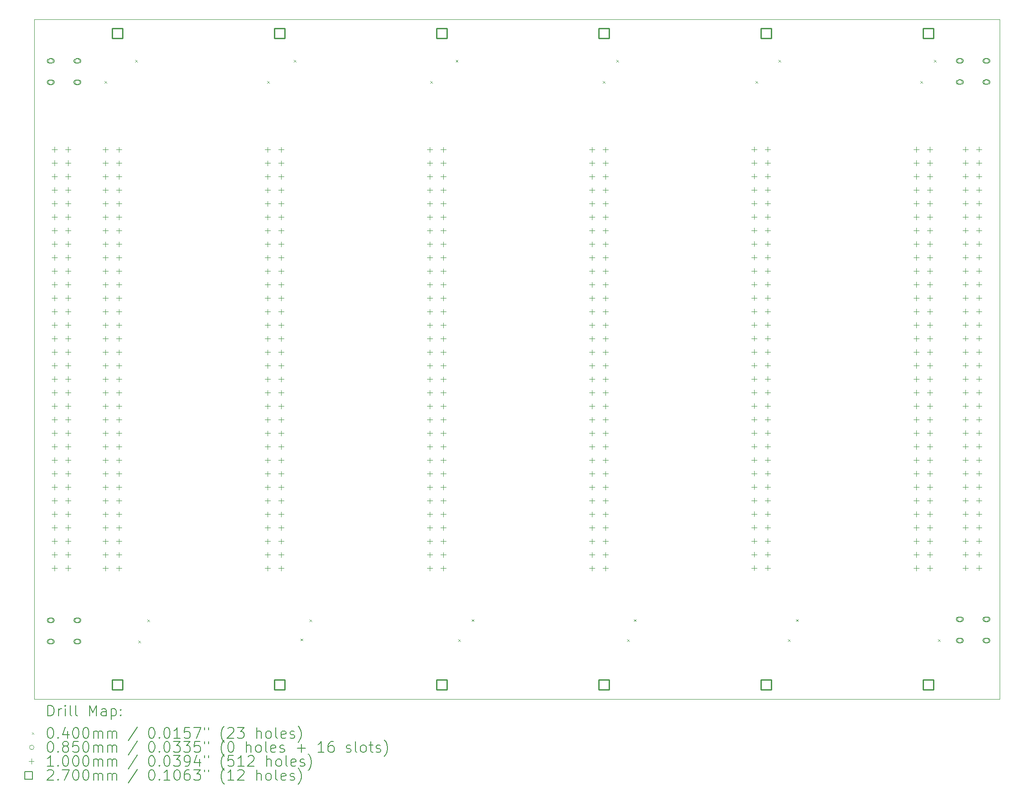
<source format=gbr>
%TF.GenerationSoftware,KiCad,Pcbnew,7.0.5*%
%TF.CreationDate,2023-12-07T16:07:00+01:00*%
%TF.ProjectId,Z80-Backplane,5a38302d-4261-4636-9b70-6c616e652e6b,rev?*%
%TF.SameCoordinates,Original*%
%TF.FileFunction,Drillmap*%
%TF.FilePolarity,Positive*%
%FSLAX45Y45*%
G04 Gerber Fmt 4.5, Leading zero omitted, Abs format (unit mm)*
G04 Created by KiCad (PCBNEW 7.0.5) date 2023-12-07 16:07:00*
%MOMM*%
%LPD*%
G01*
G04 APERTURE LIST*
%ADD10C,0.100000*%
%ADD11C,0.200000*%
%ADD12C,0.040000*%
%ADD13C,0.085000*%
%ADD14C,0.270000*%
G04 APERTURE END LIST*
D10*
X22800000Y-4740000D02*
X22800000Y-17520000D01*
X4660000Y-4740000D02*
X4660000Y-11120000D01*
X4660000Y-11120000D02*
X4660000Y-17520000D01*
X4660000Y-17520000D02*
X22800000Y-17520000D01*
X22800000Y-4740000D02*
X4660000Y-4740000D01*
D11*
D12*
X5980000Y-5900000D02*
X6020000Y-5940000D01*
X6020000Y-5900000D02*
X5980000Y-5940000D01*
X6560000Y-5500000D02*
X6600000Y-5540000D01*
X6600000Y-5500000D02*
X6560000Y-5540000D01*
X6616404Y-16423596D02*
X6656404Y-16463596D01*
X6656404Y-16423596D02*
X6616404Y-16463596D01*
X6786356Y-16026356D02*
X6826356Y-16066356D01*
X6826356Y-16026356D02*
X6786356Y-16066356D01*
X9040000Y-5900000D02*
X9080000Y-5940000D01*
X9080000Y-5900000D02*
X9040000Y-5940000D01*
X9540000Y-5500000D02*
X9580000Y-5540000D01*
X9580000Y-5500000D02*
X9540000Y-5540000D01*
X9664404Y-16384404D02*
X9704404Y-16424404D01*
X9704404Y-16384404D02*
X9664404Y-16424404D01*
X9834356Y-16025644D02*
X9874356Y-16065644D01*
X9874356Y-16025644D02*
X9834356Y-16065644D01*
X12100000Y-5900000D02*
X12140000Y-5940000D01*
X12140000Y-5900000D02*
X12100000Y-5940000D01*
X12580000Y-5500000D02*
X12620000Y-5540000D01*
X12620000Y-5500000D02*
X12580000Y-5540000D01*
X12629200Y-16400000D02*
X12669200Y-16440000D01*
X12669200Y-16400000D02*
X12629200Y-16440000D01*
X12883200Y-16020000D02*
X12923200Y-16060000D01*
X12923200Y-16020000D02*
X12883200Y-16060000D01*
X15347000Y-5898200D02*
X15387000Y-5938200D01*
X15387000Y-5898200D02*
X15347000Y-5938200D01*
X15601000Y-5498200D02*
X15641000Y-5538200D01*
X15641000Y-5498200D02*
X15601000Y-5538200D01*
X15804200Y-16400000D02*
X15844200Y-16440000D01*
X15844200Y-16400000D02*
X15804200Y-16440000D01*
X15930500Y-16020000D02*
X15970500Y-16060000D01*
X15970500Y-16020000D02*
X15930500Y-16060000D01*
X18217200Y-5898200D02*
X18257200Y-5938200D01*
X18257200Y-5898200D02*
X18217200Y-5938200D01*
X18649000Y-5498200D02*
X18689000Y-5538200D01*
X18689000Y-5498200D02*
X18649000Y-5538200D01*
X18826800Y-16400000D02*
X18866800Y-16440000D01*
X18866800Y-16400000D02*
X18826800Y-16440000D01*
X18979200Y-16020000D02*
X19019200Y-16060000D01*
X19019200Y-16020000D02*
X18979200Y-16060000D01*
X21316000Y-5898200D02*
X21356000Y-5938200D01*
X21356000Y-5898200D02*
X21316000Y-5938200D01*
X21570000Y-5498200D02*
X21610000Y-5538200D01*
X21610000Y-5498200D02*
X21570000Y-5538200D01*
X21646200Y-16400000D02*
X21686200Y-16440000D01*
X21686200Y-16400000D02*
X21646200Y-16440000D01*
D13*
X5012500Y-5520000D02*
G75*
G03*
X5012500Y-5520000I-42500J0D01*
G01*
D11*
X4947500Y-5562500D02*
X4992500Y-5562500D01*
X4992500Y-5562500D02*
G75*
G03*
X4992500Y-5477500I0J42500D01*
G01*
X4992500Y-5477500D02*
X4947500Y-5477500D01*
X4947500Y-5477500D02*
G75*
G03*
X4947500Y-5562500I0J-42500D01*
G01*
D13*
X5012500Y-5920000D02*
G75*
G03*
X5012500Y-5920000I-42500J0D01*
G01*
D11*
X4947500Y-5962500D02*
X4992500Y-5962500D01*
X4992500Y-5962500D02*
G75*
G03*
X4992500Y-5877500I0J42500D01*
G01*
X4992500Y-5877500D02*
X4947500Y-5877500D01*
X4947500Y-5877500D02*
G75*
G03*
X4947500Y-5962500I0J-42500D01*
G01*
D13*
X5012500Y-16040000D02*
G75*
G03*
X5012500Y-16040000I-42500J0D01*
G01*
D11*
X4947500Y-16082500D02*
X4992500Y-16082500D01*
X4992500Y-16082500D02*
G75*
G03*
X4992500Y-15997500I0J42500D01*
G01*
X4992500Y-15997500D02*
X4947500Y-15997500D01*
X4947500Y-15997500D02*
G75*
G03*
X4947500Y-16082500I0J-42500D01*
G01*
D13*
X5012500Y-16440000D02*
G75*
G03*
X5012500Y-16440000I-42500J0D01*
G01*
D11*
X4947500Y-16482500D02*
X4992500Y-16482500D01*
X4992500Y-16482500D02*
G75*
G03*
X4992500Y-16397500I0J42500D01*
G01*
X4992500Y-16397500D02*
X4947500Y-16397500D01*
X4947500Y-16397500D02*
G75*
G03*
X4947500Y-16482500I0J-42500D01*
G01*
D13*
X5512500Y-5520000D02*
G75*
G03*
X5512500Y-5520000I-42500J0D01*
G01*
D11*
X5447500Y-5562500D02*
X5492500Y-5562500D01*
X5492500Y-5562500D02*
G75*
G03*
X5492500Y-5477500I0J42500D01*
G01*
X5492500Y-5477500D02*
X5447500Y-5477500D01*
X5447500Y-5477500D02*
G75*
G03*
X5447500Y-5562500I0J-42500D01*
G01*
D13*
X5512500Y-5920000D02*
G75*
G03*
X5512500Y-5920000I-42500J0D01*
G01*
D11*
X5447500Y-5962500D02*
X5492500Y-5962500D01*
X5492500Y-5962500D02*
G75*
G03*
X5492500Y-5877500I0J42500D01*
G01*
X5492500Y-5877500D02*
X5447500Y-5877500D01*
X5447500Y-5877500D02*
G75*
G03*
X5447500Y-5962500I0J-42500D01*
G01*
D13*
X5512500Y-16040000D02*
G75*
G03*
X5512500Y-16040000I-42500J0D01*
G01*
D11*
X5447500Y-16082500D02*
X5492500Y-16082500D01*
X5492500Y-16082500D02*
G75*
G03*
X5492500Y-15997500I0J42500D01*
G01*
X5492500Y-15997500D02*
X5447500Y-15997500D01*
X5447500Y-15997500D02*
G75*
G03*
X5447500Y-16082500I0J-42500D01*
G01*
D13*
X5512500Y-16440000D02*
G75*
G03*
X5512500Y-16440000I-42500J0D01*
G01*
D11*
X5447500Y-16482500D02*
X5492500Y-16482500D01*
X5492500Y-16482500D02*
G75*
G03*
X5492500Y-16397500I0J42500D01*
G01*
X5492500Y-16397500D02*
X5447500Y-16397500D01*
X5447500Y-16397500D02*
G75*
G03*
X5447500Y-16482500I0J-42500D01*
G01*
D13*
X22097700Y-5518200D02*
G75*
G03*
X22097700Y-5518200I-42500J0D01*
G01*
D11*
X22032700Y-5560700D02*
X22077700Y-5560700D01*
X22077700Y-5560700D02*
G75*
G03*
X22077700Y-5475700I0J42500D01*
G01*
X22077700Y-5475700D02*
X22032700Y-5475700D01*
X22032700Y-5475700D02*
G75*
G03*
X22032700Y-5560700I0J-42500D01*
G01*
D13*
X22097700Y-5918200D02*
G75*
G03*
X22097700Y-5918200I-42500J0D01*
G01*
D11*
X22032700Y-5960700D02*
X22077700Y-5960700D01*
X22077700Y-5960700D02*
G75*
G03*
X22077700Y-5875700I0J42500D01*
G01*
X22077700Y-5875700D02*
X22032700Y-5875700D01*
X22032700Y-5875700D02*
G75*
G03*
X22032700Y-5960700I0J-42500D01*
G01*
D13*
X22097700Y-16020000D02*
G75*
G03*
X22097700Y-16020000I-42500J0D01*
G01*
D11*
X22032700Y-16062500D02*
X22077700Y-16062500D01*
X22077700Y-16062500D02*
G75*
G03*
X22077700Y-15977500I0J42500D01*
G01*
X22077700Y-15977500D02*
X22032700Y-15977500D01*
X22032700Y-15977500D02*
G75*
G03*
X22032700Y-16062500I0J-42500D01*
G01*
D13*
X22097700Y-16420000D02*
G75*
G03*
X22097700Y-16420000I-42500J0D01*
G01*
D11*
X22032700Y-16462500D02*
X22077700Y-16462500D01*
X22077700Y-16462500D02*
G75*
G03*
X22077700Y-16377500I0J42500D01*
G01*
X22077700Y-16377500D02*
X22032700Y-16377500D01*
X22032700Y-16377500D02*
G75*
G03*
X22032700Y-16462500I0J-42500D01*
G01*
D13*
X22597700Y-5518200D02*
G75*
G03*
X22597700Y-5518200I-42500J0D01*
G01*
D11*
X22532700Y-5560700D02*
X22577700Y-5560700D01*
X22577700Y-5560700D02*
G75*
G03*
X22577700Y-5475700I0J42500D01*
G01*
X22577700Y-5475700D02*
X22532700Y-5475700D01*
X22532700Y-5475700D02*
G75*
G03*
X22532700Y-5560700I0J-42500D01*
G01*
D13*
X22597700Y-5918200D02*
G75*
G03*
X22597700Y-5918200I-42500J0D01*
G01*
D11*
X22532700Y-5960700D02*
X22577700Y-5960700D01*
X22577700Y-5960700D02*
G75*
G03*
X22577700Y-5875700I0J42500D01*
G01*
X22577700Y-5875700D02*
X22532700Y-5875700D01*
X22532700Y-5875700D02*
G75*
G03*
X22532700Y-5960700I0J-42500D01*
G01*
D13*
X22597700Y-16020000D02*
G75*
G03*
X22597700Y-16020000I-42500J0D01*
G01*
D11*
X22532700Y-16062500D02*
X22577700Y-16062500D01*
X22577700Y-16062500D02*
G75*
G03*
X22577700Y-15977500I0J42500D01*
G01*
X22577700Y-15977500D02*
X22532700Y-15977500D01*
X22532700Y-15977500D02*
G75*
G03*
X22532700Y-16062500I0J-42500D01*
G01*
D13*
X22597700Y-16420000D02*
G75*
G03*
X22597700Y-16420000I-42500J0D01*
G01*
D11*
X22532700Y-16462500D02*
X22577700Y-16462500D01*
X22577700Y-16462500D02*
G75*
G03*
X22577700Y-16377500I0J42500D01*
G01*
X22577700Y-16377500D02*
X22532700Y-16377500D01*
X22532700Y-16377500D02*
G75*
G03*
X22532700Y-16462500I0J-42500D01*
G01*
D10*
X5041000Y-7136000D02*
X5041000Y-7236000D01*
X4991000Y-7186000D02*
X5091000Y-7186000D01*
X5041000Y-7390000D02*
X5041000Y-7490000D01*
X4991000Y-7440000D02*
X5091000Y-7440000D01*
X5041000Y-7644000D02*
X5041000Y-7744000D01*
X4991000Y-7694000D02*
X5091000Y-7694000D01*
X5041000Y-7898000D02*
X5041000Y-7998000D01*
X4991000Y-7948000D02*
X5091000Y-7948000D01*
X5041000Y-8152000D02*
X5041000Y-8252000D01*
X4991000Y-8202000D02*
X5091000Y-8202000D01*
X5041000Y-8406000D02*
X5041000Y-8506000D01*
X4991000Y-8456000D02*
X5091000Y-8456000D01*
X5041000Y-8660000D02*
X5041000Y-8760000D01*
X4991000Y-8710000D02*
X5091000Y-8710000D01*
X5041000Y-8914000D02*
X5041000Y-9014000D01*
X4991000Y-8964000D02*
X5091000Y-8964000D01*
X5041000Y-9168000D02*
X5041000Y-9268000D01*
X4991000Y-9218000D02*
X5091000Y-9218000D01*
X5041000Y-9422000D02*
X5041000Y-9522000D01*
X4991000Y-9472000D02*
X5091000Y-9472000D01*
X5041000Y-9676000D02*
X5041000Y-9776000D01*
X4991000Y-9726000D02*
X5091000Y-9726000D01*
X5041000Y-9930000D02*
X5041000Y-10030000D01*
X4991000Y-9980000D02*
X5091000Y-9980000D01*
X5041000Y-10184000D02*
X5041000Y-10284000D01*
X4991000Y-10234000D02*
X5091000Y-10234000D01*
X5041000Y-10438000D02*
X5041000Y-10538000D01*
X4991000Y-10488000D02*
X5091000Y-10488000D01*
X5041000Y-10692000D02*
X5041000Y-10792000D01*
X4991000Y-10742000D02*
X5091000Y-10742000D01*
X5041000Y-10946000D02*
X5041000Y-11046000D01*
X4991000Y-10996000D02*
X5091000Y-10996000D01*
X5041000Y-11200000D02*
X5041000Y-11300000D01*
X4991000Y-11250000D02*
X5091000Y-11250000D01*
X5041000Y-11454000D02*
X5041000Y-11554000D01*
X4991000Y-11504000D02*
X5091000Y-11504000D01*
X5041000Y-11708000D02*
X5041000Y-11808000D01*
X4991000Y-11758000D02*
X5091000Y-11758000D01*
X5041000Y-11962000D02*
X5041000Y-12062000D01*
X4991000Y-12012000D02*
X5091000Y-12012000D01*
X5041000Y-12216000D02*
X5041000Y-12316000D01*
X4991000Y-12266000D02*
X5091000Y-12266000D01*
X5041000Y-12470000D02*
X5041000Y-12570000D01*
X4991000Y-12520000D02*
X5091000Y-12520000D01*
X5041000Y-12724000D02*
X5041000Y-12824000D01*
X4991000Y-12774000D02*
X5091000Y-12774000D01*
X5041000Y-12978000D02*
X5041000Y-13078000D01*
X4991000Y-13028000D02*
X5091000Y-13028000D01*
X5041000Y-13232000D02*
X5041000Y-13332000D01*
X4991000Y-13282000D02*
X5091000Y-13282000D01*
X5041000Y-13486000D02*
X5041000Y-13586000D01*
X4991000Y-13536000D02*
X5091000Y-13536000D01*
X5041000Y-13740000D02*
X5041000Y-13840000D01*
X4991000Y-13790000D02*
X5091000Y-13790000D01*
X5041000Y-13994000D02*
X5041000Y-14094000D01*
X4991000Y-14044000D02*
X5091000Y-14044000D01*
X5041000Y-14248000D02*
X5041000Y-14348000D01*
X4991000Y-14298000D02*
X5091000Y-14298000D01*
X5041000Y-14502000D02*
X5041000Y-14602000D01*
X4991000Y-14552000D02*
X5091000Y-14552000D01*
X5041000Y-14756000D02*
X5041000Y-14856000D01*
X4991000Y-14806000D02*
X5091000Y-14806000D01*
X5041000Y-15010000D02*
X5041000Y-15110000D01*
X4991000Y-15060000D02*
X5091000Y-15060000D01*
X5295000Y-7136000D02*
X5295000Y-7236000D01*
X5245000Y-7186000D02*
X5345000Y-7186000D01*
X5295000Y-7390000D02*
X5295000Y-7490000D01*
X5245000Y-7440000D02*
X5345000Y-7440000D01*
X5295000Y-7644000D02*
X5295000Y-7744000D01*
X5245000Y-7694000D02*
X5345000Y-7694000D01*
X5295000Y-7898000D02*
X5295000Y-7998000D01*
X5245000Y-7948000D02*
X5345000Y-7948000D01*
X5295000Y-8152000D02*
X5295000Y-8252000D01*
X5245000Y-8202000D02*
X5345000Y-8202000D01*
X5295000Y-8406000D02*
X5295000Y-8506000D01*
X5245000Y-8456000D02*
X5345000Y-8456000D01*
X5295000Y-8660000D02*
X5295000Y-8760000D01*
X5245000Y-8710000D02*
X5345000Y-8710000D01*
X5295000Y-8914000D02*
X5295000Y-9014000D01*
X5245000Y-8964000D02*
X5345000Y-8964000D01*
X5295000Y-9168000D02*
X5295000Y-9268000D01*
X5245000Y-9218000D02*
X5345000Y-9218000D01*
X5295000Y-9422000D02*
X5295000Y-9522000D01*
X5245000Y-9472000D02*
X5345000Y-9472000D01*
X5295000Y-9676000D02*
X5295000Y-9776000D01*
X5245000Y-9726000D02*
X5345000Y-9726000D01*
X5295000Y-9930000D02*
X5295000Y-10030000D01*
X5245000Y-9980000D02*
X5345000Y-9980000D01*
X5295000Y-10184000D02*
X5295000Y-10284000D01*
X5245000Y-10234000D02*
X5345000Y-10234000D01*
X5295000Y-10438000D02*
X5295000Y-10538000D01*
X5245000Y-10488000D02*
X5345000Y-10488000D01*
X5295000Y-10692000D02*
X5295000Y-10792000D01*
X5245000Y-10742000D02*
X5345000Y-10742000D01*
X5295000Y-10946000D02*
X5295000Y-11046000D01*
X5245000Y-10996000D02*
X5345000Y-10996000D01*
X5295000Y-11200000D02*
X5295000Y-11300000D01*
X5245000Y-11250000D02*
X5345000Y-11250000D01*
X5295000Y-11454000D02*
X5295000Y-11554000D01*
X5245000Y-11504000D02*
X5345000Y-11504000D01*
X5295000Y-11708000D02*
X5295000Y-11808000D01*
X5245000Y-11758000D02*
X5345000Y-11758000D01*
X5295000Y-11962000D02*
X5295000Y-12062000D01*
X5245000Y-12012000D02*
X5345000Y-12012000D01*
X5295000Y-12216000D02*
X5295000Y-12316000D01*
X5245000Y-12266000D02*
X5345000Y-12266000D01*
X5295000Y-12470000D02*
X5295000Y-12570000D01*
X5245000Y-12520000D02*
X5345000Y-12520000D01*
X5295000Y-12724000D02*
X5295000Y-12824000D01*
X5245000Y-12774000D02*
X5345000Y-12774000D01*
X5295000Y-12978000D02*
X5295000Y-13078000D01*
X5245000Y-13028000D02*
X5345000Y-13028000D01*
X5295000Y-13232000D02*
X5295000Y-13332000D01*
X5245000Y-13282000D02*
X5345000Y-13282000D01*
X5295000Y-13486000D02*
X5295000Y-13586000D01*
X5245000Y-13536000D02*
X5345000Y-13536000D01*
X5295000Y-13740000D02*
X5295000Y-13840000D01*
X5245000Y-13790000D02*
X5345000Y-13790000D01*
X5295000Y-13994000D02*
X5295000Y-14094000D01*
X5245000Y-14044000D02*
X5345000Y-14044000D01*
X5295000Y-14248000D02*
X5295000Y-14348000D01*
X5245000Y-14298000D02*
X5345000Y-14298000D01*
X5295000Y-14502000D02*
X5295000Y-14602000D01*
X5245000Y-14552000D02*
X5345000Y-14552000D01*
X5295000Y-14756000D02*
X5295000Y-14856000D01*
X5245000Y-14806000D02*
X5345000Y-14806000D01*
X5295000Y-15010000D02*
X5295000Y-15110000D01*
X5245000Y-15060000D02*
X5345000Y-15060000D01*
X6000000Y-7138000D02*
X6000000Y-7238000D01*
X5950000Y-7188000D02*
X6050000Y-7188000D01*
X6000000Y-7392000D02*
X6000000Y-7492000D01*
X5950000Y-7442000D02*
X6050000Y-7442000D01*
X6000000Y-7646000D02*
X6000000Y-7746000D01*
X5950000Y-7696000D02*
X6050000Y-7696000D01*
X6000000Y-7900000D02*
X6000000Y-8000000D01*
X5950000Y-7950000D02*
X6050000Y-7950000D01*
X6000000Y-8154000D02*
X6000000Y-8254000D01*
X5950000Y-8204000D02*
X6050000Y-8204000D01*
X6000000Y-8408000D02*
X6000000Y-8508000D01*
X5950000Y-8458000D02*
X6050000Y-8458000D01*
X6000000Y-8662000D02*
X6000000Y-8762000D01*
X5950000Y-8712000D02*
X6050000Y-8712000D01*
X6000000Y-8916000D02*
X6000000Y-9016000D01*
X5950000Y-8966000D02*
X6050000Y-8966000D01*
X6000000Y-9170000D02*
X6000000Y-9270000D01*
X5950000Y-9220000D02*
X6050000Y-9220000D01*
X6000000Y-9424000D02*
X6000000Y-9524000D01*
X5950000Y-9474000D02*
X6050000Y-9474000D01*
X6000000Y-9678000D02*
X6000000Y-9778000D01*
X5950000Y-9728000D02*
X6050000Y-9728000D01*
X6000000Y-9932000D02*
X6000000Y-10032000D01*
X5950000Y-9982000D02*
X6050000Y-9982000D01*
X6000000Y-10186000D02*
X6000000Y-10286000D01*
X5950000Y-10236000D02*
X6050000Y-10236000D01*
X6000000Y-10440000D02*
X6000000Y-10540000D01*
X5950000Y-10490000D02*
X6050000Y-10490000D01*
X6000000Y-10694000D02*
X6000000Y-10794000D01*
X5950000Y-10744000D02*
X6050000Y-10744000D01*
X6000000Y-10948000D02*
X6000000Y-11048000D01*
X5950000Y-10998000D02*
X6050000Y-10998000D01*
X6000000Y-11202000D02*
X6000000Y-11302000D01*
X5950000Y-11252000D02*
X6050000Y-11252000D01*
X6000000Y-11456000D02*
X6000000Y-11556000D01*
X5950000Y-11506000D02*
X6050000Y-11506000D01*
X6000000Y-11710000D02*
X6000000Y-11810000D01*
X5950000Y-11760000D02*
X6050000Y-11760000D01*
X6000000Y-11964000D02*
X6000000Y-12064000D01*
X5950000Y-12014000D02*
X6050000Y-12014000D01*
X6000000Y-12218000D02*
X6000000Y-12318000D01*
X5950000Y-12268000D02*
X6050000Y-12268000D01*
X6000000Y-12472000D02*
X6000000Y-12572000D01*
X5950000Y-12522000D02*
X6050000Y-12522000D01*
X6000000Y-12726000D02*
X6000000Y-12826000D01*
X5950000Y-12776000D02*
X6050000Y-12776000D01*
X6000000Y-12980000D02*
X6000000Y-13080000D01*
X5950000Y-13030000D02*
X6050000Y-13030000D01*
X6000000Y-13234000D02*
X6000000Y-13334000D01*
X5950000Y-13284000D02*
X6050000Y-13284000D01*
X6000000Y-13488000D02*
X6000000Y-13588000D01*
X5950000Y-13538000D02*
X6050000Y-13538000D01*
X6000000Y-13742000D02*
X6000000Y-13842000D01*
X5950000Y-13792000D02*
X6050000Y-13792000D01*
X6000000Y-13996000D02*
X6000000Y-14096000D01*
X5950000Y-14046000D02*
X6050000Y-14046000D01*
X6000000Y-14250000D02*
X6000000Y-14350000D01*
X5950000Y-14300000D02*
X6050000Y-14300000D01*
X6000000Y-14504000D02*
X6000000Y-14604000D01*
X5950000Y-14554000D02*
X6050000Y-14554000D01*
X6000000Y-14758000D02*
X6000000Y-14858000D01*
X5950000Y-14808000D02*
X6050000Y-14808000D01*
X6000000Y-15012000D02*
X6000000Y-15112000D01*
X5950000Y-15062000D02*
X6050000Y-15062000D01*
X6254000Y-7138000D02*
X6254000Y-7238000D01*
X6204000Y-7188000D02*
X6304000Y-7188000D01*
X6254000Y-7392000D02*
X6254000Y-7492000D01*
X6204000Y-7442000D02*
X6304000Y-7442000D01*
X6254000Y-7646000D02*
X6254000Y-7746000D01*
X6204000Y-7696000D02*
X6304000Y-7696000D01*
X6254000Y-7900000D02*
X6254000Y-8000000D01*
X6204000Y-7950000D02*
X6304000Y-7950000D01*
X6254000Y-8154000D02*
X6254000Y-8254000D01*
X6204000Y-8204000D02*
X6304000Y-8204000D01*
X6254000Y-8408000D02*
X6254000Y-8508000D01*
X6204000Y-8458000D02*
X6304000Y-8458000D01*
X6254000Y-8662000D02*
X6254000Y-8762000D01*
X6204000Y-8712000D02*
X6304000Y-8712000D01*
X6254000Y-8916000D02*
X6254000Y-9016000D01*
X6204000Y-8966000D02*
X6304000Y-8966000D01*
X6254000Y-9170000D02*
X6254000Y-9270000D01*
X6204000Y-9220000D02*
X6304000Y-9220000D01*
X6254000Y-9424000D02*
X6254000Y-9524000D01*
X6204000Y-9474000D02*
X6304000Y-9474000D01*
X6254000Y-9678000D02*
X6254000Y-9778000D01*
X6204000Y-9728000D02*
X6304000Y-9728000D01*
X6254000Y-9932000D02*
X6254000Y-10032000D01*
X6204000Y-9982000D02*
X6304000Y-9982000D01*
X6254000Y-10186000D02*
X6254000Y-10286000D01*
X6204000Y-10236000D02*
X6304000Y-10236000D01*
X6254000Y-10440000D02*
X6254000Y-10540000D01*
X6204000Y-10490000D02*
X6304000Y-10490000D01*
X6254000Y-10694000D02*
X6254000Y-10794000D01*
X6204000Y-10744000D02*
X6304000Y-10744000D01*
X6254000Y-10948000D02*
X6254000Y-11048000D01*
X6204000Y-10998000D02*
X6304000Y-10998000D01*
X6254000Y-11202000D02*
X6254000Y-11302000D01*
X6204000Y-11252000D02*
X6304000Y-11252000D01*
X6254000Y-11456000D02*
X6254000Y-11556000D01*
X6204000Y-11506000D02*
X6304000Y-11506000D01*
X6254000Y-11710000D02*
X6254000Y-11810000D01*
X6204000Y-11760000D02*
X6304000Y-11760000D01*
X6254000Y-11964000D02*
X6254000Y-12064000D01*
X6204000Y-12014000D02*
X6304000Y-12014000D01*
X6254000Y-12218000D02*
X6254000Y-12318000D01*
X6204000Y-12268000D02*
X6304000Y-12268000D01*
X6254000Y-12472000D02*
X6254000Y-12572000D01*
X6204000Y-12522000D02*
X6304000Y-12522000D01*
X6254000Y-12726000D02*
X6254000Y-12826000D01*
X6204000Y-12776000D02*
X6304000Y-12776000D01*
X6254000Y-12980000D02*
X6254000Y-13080000D01*
X6204000Y-13030000D02*
X6304000Y-13030000D01*
X6254000Y-13234000D02*
X6254000Y-13334000D01*
X6204000Y-13284000D02*
X6304000Y-13284000D01*
X6254000Y-13488000D02*
X6254000Y-13588000D01*
X6204000Y-13538000D02*
X6304000Y-13538000D01*
X6254000Y-13742000D02*
X6254000Y-13842000D01*
X6204000Y-13792000D02*
X6304000Y-13792000D01*
X6254000Y-13996000D02*
X6254000Y-14096000D01*
X6204000Y-14046000D02*
X6304000Y-14046000D01*
X6254000Y-14250000D02*
X6254000Y-14350000D01*
X6204000Y-14300000D02*
X6304000Y-14300000D01*
X6254000Y-14504000D02*
X6254000Y-14604000D01*
X6204000Y-14554000D02*
X6304000Y-14554000D01*
X6254000Y-14758000D02*
X6254000Y-14858000D01*
X6204000Y-14808000D02*
X6304000Y-14808000D01*
X6254000Y-15012000D02*
X6254000Y-15112000D01*
X6204000Y-15062000D02*
X6304000Y-15062000D01*
X9048000Y-7138000D02*
X9048000Y-7238000D01*
X8998000Y-7188000D02*
X9098000Y-7188000D01*
X9048000Y-7392000D02*
X9048000Y-7492000D01*
X8998000Y-7442000D02*
X9098000Y-7442000D01*
X9048000Y-7646000D02*
X9048000Y-7746000D01*
X8998000Y-7696000D02*
X9098000Y-7696000D01*
X9048000Y-7900000D02*
X9048000Y-8000000D01*
X8998000Y-7950000D02*
X9098000Y-7950000D01*
X9048000Y-8154000D02*
X9048000Y-8254000D01*
X8998000Y-8204000D02*
X9098000Y-8204000D01*
X9048000Y-8408000D02*
X9048000Y-8508000D01*
X8998000Y-8458000D02*
X9098000Y-8458000D01*
X9048000Y-8662000D02*
X9048000Y-8762000D01*
X8998000Y-8712000D02*
X9098000Y-8712000D01*
X9048000Y-8916000D02*
X9048000Y-9016000D01*
X8998000Y-8966000D02*
X9098000Y-8966000D01*
X9048000Y-9170000D02*
X9048000Y-9270000D01*
X8998000Y-9220000D02*
X9098000Y-9220000D01*
X9048000Y-9424000D02*
X9048000Y-9524000D01*
X8998000Y-9474000D02*
X9098000Y-9474000D01*
X9048000Y-9678000D02*
X9048000Y-9778000D01*
X8998000Y-9728000D02*
X9098000Y-9728000D01*
X9048000Y-9932000D02*
X9048000Y-10032000D01*
X8998000Y-9982000D02*
X9098000Y-9982000D01*
X9048000Y-10186000D02*
X9048000Y-10286000D01*
X8998000Y-10236000D02*
X9098000Y-10236000D01*
X9048000Y-10440000D02*
X9048000Y-10540000D01*
X8998000Y-10490000D02*
X9098000Y-10490000D01*
X9048000Y-10694000D02*
X9048000Y-10794000D01*
X8998000Y-10744000D02*
X9098000Y-10744000D01*
X9048000Y-10948000D02*
X9048000Y-11048000D01*
X8998000Y-10998000D02*
X9098000Y-10998000D01*
X9048000Y-11202000D02*
X9048000Y-11302000D01*
X8998000Y-11252000D02*
X9098000Y-11252000D01*
X9048000Y-11456000D02*
X9048000Y-11556000D01*
X8998000Y-11506000D02*
X9098000Y-11506000D01*
X9048000Y-11710000D02*
X9048000Y-11810000D01*
X8998000Y-11760000D02*
X9098000Y-11760000D01*
X9048000Y-11964000D02*
X9048000Y-12064000D01*
X8998000Y-12014000D02*
X9098000Y-12014000D01*
X9048000Y-12218000D02*
X9048000Y-12318000D01*
X8998000Y-12268000D02*
X9098000Y-12268000D01*
X9048000Y-12472000D02*
X9048000Y-12572000D01*
X8998000Y-12522000D02*
X9098000Y-12522000D01*
X9048000Y-12726000D02*
X9048000Y-12826000D01*
X8998000Y-12776000D02*
X9098000Y-12776000D01*
X9048000Y-12980000D02*
X9048000Y-13080000D01*
X8998000Y-13030000D02*
X9098000Y-13030000D01*
X9048000Y-13234000D02*
X9048000Y-13334000D01*
X8998000Y-13284000D02*
X9098000Y-13284000D01*
X9048000Y-13488000D02*
X9048000Y-13588000D01*
X8998000Y-13538000D02*
X9098000Y-13538000D01*
X9048000Y-13742000D02*
X9048000Y-13842000D01*
X8998000Y-13792000D02*
X9098000Y-13792000D01*
X9048000Y-13996000D02*
X9048000Y-14096000D01*
X8998000Y-14046000D02*
X9098000Y-14046000D01*
X9048000Y-14250000D02*
X9048000Y-14350000D01*
X8998000Y-14300000D02*
X9098000Y-14300000D01*
X9048000Y-14504000D02*
X9048000Y-14604000D01*
X8998000Y-14554000D02*
X9098000Y-14554000D01*
X9048000Y-14758000D02*
X9048000Y-14858000D01*
X8998000Y-14808000D02*
X9098000Y-14808000D01*
X9048000Y-15012000D02*
X9048000Y-15112000D01*
X8998000Y-15062000D02*
X9098000Y-15062000D01*
X9302000Y-7138000D02*
X9302000Y-7238000D01*
X9252000Y-7188000D02*
X9352000Y-7188000D01*
X9302000Y-7392000D02*
X9302000Y-7492000D01*
X9252000Y-7442000D02*
X9352000Y-7442000D01*
X9302000Y-7646000D02*
X9302000Y-7746000D01*
X9252000Y-7696000D02*
X9352000Y-7696000D01*
X9302000Y-7900000D02*
X9302000Y-8000000D01*
X9252000Y-7950000D02*
X9352000Y-7950000D01*
X9302000Y-8154000D02*
X9302000Y-8254000D01*
X9252000Y-8204000D02*
X9352000Y-8204000D01*
X9302000Y-8408000D02*
X9302000Y-8508000D01*
X9252000Y-8458000D02*
X9352000Y-8458000D01*
X9302000Y-8662000D02*
X9302000Y-8762000D01*
X9252000Y-8712000D02*
X9352000Y-8712000D01*
X9302000Y-8916000D02*
X9302000Y-9016000D01*
X9252000Y-8966000D02*
X9352000Y-8966000D01*
X9302000Y-9170000D02*
X9302000Y-9270000D01*
X9252000Y-9220000D02*
X9352000Y-9220000D01*
X9302000Y-9424000D02*
X9302000Y-9524000D01*
X9252000Y-9474000D02*
X9352000Y-9474000D01*
X9302000Y-9678000D02*
X9302000Y-9778000D01*
X9252000Y-9728000D02*
X9352000Y-9728000D01*
X9302000Y-9932000D02*
X9302000Y-10032000D01*
X9252000Y-9982000D02*
X9352000Y-9982000D01*
X9302000Y-10186000D02*
X9302000Y-10286000D01*
X9252000Y-10236000D02*
X9352000Y-10236000D01*
X9302000Y-10440000D02*
X9302000Y-10540000D01*
X9252000Y-10490000D02*
X9352000Y-10490000D01*
X9302000Y-10694000D02*
X9302000Y-10794000D01*
X9252000Y-10744000D02*
X9352000Y-10744000D01*
X9302000Y-10948000D02*
X9302000Y-11048000D01*
X9252000Y-10998000D02*
X9352000Y-10998000D01*
X9302000Y-11202000D02*
X9302000Y-11302000D01*
X9252000Y-11252000D02*
X9352000Y-11252000D01*
X9302000Y-11456000D02*
X9302000Y-11556000D01*
X9252000Y-11506000D02*
X9352000Y-11506000D01*
X9302000Y-11710000D02*
X9302000Y-11810000D01*
X9252000Y-11760000D02*
X9352000Y-11760000D01*
X9302000Y-11964000D02*
X9302000Y-12064000D01*
X9252000Y-12014000D02*
X9352000Y-12014000D01*
X9302000Y-12218000D02*
X9302000Y-12318000D01*
X9252000Y-12268000D02*
X9352000Y-12268000D01*
X9302000Y-12472000D02*
X9302000Y-12572000D01*
X9252000Y-12522000D02*
X9352000Y-12522000D01*
X9302000Y-12726000D02*
X9302000Y-12826000D01*
X9252000Y-12776000D02*
X9352000Y-12776000D01*
X9302000Y-12980000D02*
X9302000Y-13080000D01*
X9252000Y-13030000D02*
X9352000Y-13030000D01*
X9302000Y-13234000D02*
X9302000Y-13334000D01*
X9252000Y-13284000D02*
X9352000Y-13284000D01*
X9302000Y-13488000D02*
X9302000Y-13588000D01*
X9252000Y-13538000D02*
X9352000Y-13538000D01*
X9302000Y-13742000D02*
X9302000Y-13842000D01*
X9252000Y-13792000D02*
X9352000Y-13792000D01*
X9302000Y-13996000D02*
X9302000Y-14096000D01*
X9252000Y-14046000D02*
X9352000Y-14046000D01*
X9302000Y-14250000D02*
X9302000Y-14350000D01*
X9252000Y-14300000D02*
X9352000Y-14300000D01*
X9302000Y-14504000D02*
X9302000Y-14604000D01*
X9252000Y-14554000D02*
X9352000Y-14554000D01*
X9302000Y-14758000D02*
X9302000Y-14858000D01*
X9252000Y-14808000D02*
X9352000Y-14808000D01*
X9302000Y-15012000D02*
X9302000Y-15112000D01*
X9252000Y-15062000D02*
X9352000Y-15062000D01*
X12096000Y-7138000D02*
X12096000Y-7238000D01*
X12046000Y-7188000D02*
X12146000Y-7188000D01*
X12096000Y-7392000D02*
X12096000Y-7492000D01*
X12046000Y-7442000D02*
X12146000Y-7442000D01*
X12096000Y-7646000D02*
X12096000Y-7746000D01*
X12046000Y-7696000D02*
X12146000Y-7696000D01*
X12096000Y-7900000D02*
X12096000Y-8000000D01*
X12046000Y-7950000D02*
X12146000Y-7950000D01*
X12096000Y-8154000D02*
X12096000Y-8254000D01*
X12046000Y-8204000D02*
X12146000Y-8204000D01*
X12096000Y-8408000D02*
X12096000Y-8508000D01*
X12046000Y-8458000D02*
X12146000Y-8458000D01*
X12096000Y-8662000D02*
X12096000Y-8762000D01*
X12046000Y-8712000D02*
X12146000Y-8712000D01*
X12096000Y-8916000D02*
X12096000Y-9016000D01*
X12046000Y-8966000D02*
X12146000Y-8966000D01*
X12096000Y-9170000D02*
X12096000Y-9270000D01*
X12046000Y-9220000D02*
X12146000Y-9220000D01*
X12096000Y-9424000D02*
X12096000Y-9524000D01*
X12046000Y-9474000D02*
X12146000Y-9474000D01*
X12096000Y-9678000D02*
X12096000Y-9778000D01*
X12046000Y-9728000D02*
X12146000Y-9728000D01*
X12096000Y-9932000D02*
X12096000Y-10032000D01*
X12046000Y-9982000D02*
X12146000Y-9982000D01*
X12096000Y-10186000D02*
X12096000Y-10286000D01*
X12046000Y-10236000D02*
X12146000Y-10236000D01*
X12096000Y-10440000D02*
X12096000Y-10540000D01*
X12046000Y-10490000D02*
X12146000Y-10490000D01*
X12096000Y-10694000D02*
X12096000Y-10794000D01*
X12046000Y-10744000D02*
X12146000Y-10744000D01*
X12096000Y-10948000D02*
X12096000Y-11048000D01*
X12046000Y-10998000D02*
X12146000Y-10998000D01*
X12096000Y-11202000D02*
X12096000Y-11302000D01*
X12046000Y-11252000D02*
X12146000Y-11252000D01*
X12096000Y-11456000D02*
X12096000Y-11556000D01*
X12046000Y-11506000D02*
X12146000Y-11506000D01*
X12096000Y-11710000D02*
X12096000Y-11810000D01*
X12046000Y-11760000D02*
X12146000Y-11760000D01*
X12096000Y-11964000D02*
X12096000Y-12064000D01*
X12046000Y-12014000D02*
X12146000Y-12014000D01*
X12096000Y-12218000D02*
X12096000Y-12318000D01*
X12046000Y-12268000D02*
X12146000Y-12268000D01*
X12096000Y-12472000D02*
X12096000Y-12572000D01*
X12046000Y-12522000D02*
X12146000Y-12522000D01*
X12096000Y-12726000D02*
X12096000Y-12826000D01*
X12046000Y-12776000D02*
X12146000Y-12776000D01*
X12096000Y-12980000D02*
X12096000Y-13080000D01*
X12046000Y-13030000D02*
X12146000Y-13030000D01*
X12096000Y-13234000D02*
X12096000Y-13334000D01*
X12046000Y-13284000D02*
X12146000Y-13284000D01*
X12096000Y-13488000D02*
X12096000Y-13588000D01*
X12046000Y-13538000D02*
X12146000Y-13538000D01*
X12096000Y-13742000D02*
X12096000Y-13842000D01*
X12046000Y-13792000D02*
X12146000Y-13792000D01*
X12096000Y-13996000D02*
X12096000Y-14096000D01*
X12046000Y-14046000D02*
X12146000Y-14046000D01*
X12096000Y-14250000D02*
X12096000Y-14350000D01*
X12046000Y-14300000D02*
X12146000Y-14300000D01*
X12096000Y-14504000D02*
X12096000Y-14604000D01*
X12046000Y-14554000D02*
X12146000Y-14554000D01*
X12096000Y-14758000D02*
X12096000Y-14858000D01*
X12046000Y-14808000D02*
X12146000Y-14808000D01*
X12096000Y-15012000D02*
X12096000Y-15112000D01*
X12046000Y-15062000D02*
X12146000Y-15062000D01*
X12350000Y-7138000D02*
X12350000Y-7238000D01*
X12300000Y-7188000D02*
X12400000Y-7188000D01*
X12350000Y-7392000D02*
X12350000Y-7492000D01*
X12300000Y-7442000D02*
X12400000Y-7442000D01*
X12350000Y-7646000D02*
X12350000Y-7746000D01*
X12300000Y-7696000D02*
X12400000Y-7696000D01*
X12350000Y-7900000D02*
X12350000Y-8000000D01*
X12300000Y-7950000D02*
X12400000Y-7950000D01*
X12350000Y-8154000D02*
X12350000Y-8254000D01*
X12300000Y-8204000D02*
X12400000Y-8204000D01*
X12350000Y-8408000D02*
X12350000Y-8508000D01*
X12300000Y-8458000D02*
X12400000Y-8458000D01*
X12350000Y-8662000D02*
X12350000Y-8762000D01*
X12300000Y-8712000D02*
X12400000Y-8712000D01*
X12350000Y-8916000D02*
X12350000Y-9016000D01*
X12300000Y-8966000D02*
X12400000Y-8966000D01*
X12350000Y-9170000D02*
X12350000Y-9270000D01*
X12300000Y-9220000D02*
X12400000Y-9220000D01*
X12350000Y-9424000D02*
X12350000Y-9524000D01*
X12300000Y-9474000D02*
X12400000Y-9474000D01*
X12350000Y-9678000D02*
X12350000Y-9778000D01*
X12300000Y-9728000D02*
X12400000Y-9728000D01*
X12350000Y-9932000D02*
X12350000Y-10032000D01*
X12300000Y-9982000D02*
X12400000Y-9982000D01*
X12350000Y-10186000D02*
X12350000Y-10286000D01*
X12300000Y-10236000D02*
X12400000Y-10236000D01*
X12350000Y-10440000D02*
X12350000Y-10540000D01*
X12300000Y-10490000D02*
X12400000Y-10490000D01*
X12350000Y-10694000D02*
X12350000Y-10794000D01*
X12300000Y-10744000D02*
X12400000Y-10744000D01*
X12350000Y-10948000D02*
X12350000Y-11048000D01*
X12300000Y-10998000D02*
X12400000Y-10998000D01*
X12350000Y-11202000D02*
X12350000Y-11302000D01*
X12300000Y-11252000D02*
X12400000Y-11252000D01*
X12350000Y-11456000D02*
X12350000Y-11556000D01*
X12300000Y-11506000D02*
X12400000Y-11506000D01*
X12350000Y-11710000D02*
X12350000Y-11810000D01*
X12300000Y-11760000D02*
X12400000Y-11760000D01*
X12350000Y-11964000D02*
X12350000Y-12064000D01*
X12300000Y-12014000D02*
X12400000Y-12014000D01*
X12350000Y-12218000D02*
X12350000Y-12318000D01*
X12300000Y-12268000D02*
X12400000Y-12268000D01*
X12350000Y-12472000D02*
X12350000Y-12572000D01*
X12300000Y-12522000D02*
X12400000Y-12522000D01*
X12350000Y-12726000D02*
X12350000Y-12826000D01*
X12300000Y-12776000D02*
X12400000Y-12776000D01*
X12350000Y-12980000D02*
X12350000Y-13080000D01*
X12300000Y-13030000D02*
X12400000Y-13030000D01*
X12350000Y-13234000D02*
X12350000Y-13334000D01*
X12300000Y-13284000D02*
X12400000Y-13284000D01*
X12350000Y-13488000D02*
X12350000Y-13588000D01*
X12300000Y-13538000D02*
X12400000Y-13538000D01*
X12350000Y-13742000D02*
X12350000Y-13842000D01*
X12300000Y-13792000D02*
X12400000Y-13792000D01*
X12350000Y-13996000D02*
X12350000Y-14096000D01*
X12300000Y-14046000D02*
X12400000Y-14046000D01*
X12350000Y-14250000D02*
X12350000Y-14350000D01*
X12300000Y-14300000D02*
X12400000Y-14300000D01*
X12350000Y-14504000D02*
X12350000Y-14604000D01*
X12300000Y-14554000D02*
X12400000Y-14554000D01*
X12350000Y-14758000D02*
X12350000Y-14858000D01*
X12300000Y-14808000D02*
X12400000Y-14808000D01*
X12350000Y-15012000D02*
X12350000Y-15112000D01*
X12300000Y-15062000D02*
X12400000Y-15062000D01*
X15144000Y-7138000D02*
X15144000Y-7238000D01*
X15094000Y-7188000D02*
X15194000Y-7188000D01*
X15144000Y-7392000D02*
X15144000Y-7492000D01*
X15094000Y-7442000D02*
X15194000Y-7442000D01*
X15144000Y-7646000D02*
X15144000Y-7746000D01*
X15094000Y-7696000D02*
X15194000Y-7696000D01*
X15144000Y-7900000D02*
X15144000Y-8000000D01*
X15094000Y-7950000D02*
X15194000Y-7950000D01*
X15144000Y-8154000D02*
X15144000Y-8254000D01*
X15094000Y-8204000D02*
X15194000Y-8204000D01*
X15144000Y-8408000D02*
X15144000Y-8508000D01*
X15094000Y-8458000D02*
X15194000Y-8458000D01*
X15144000Y-8662000D02*
X15144000Y-8762000D01*
X15094000Y-8712000D02*
X15194000Y-8712000D01*
X15144000Y-8916000D02*
X15144000Y-9016000D01*
X15094000Y-8966000D02*
X15194000Y-8966000D01*
X15144000Y-9170000D02*
X15144000Y-9270000D01*
X15094000Y-9220000D02*
X15194000Y-9220000D01*
X15144000Y-9424000D02*
X15144000Y-9524000D01*
X15094000Y-9474000D02*
X15194000Y-9474000D01*
X15144000Y-9678000D02*
X15144000Y-9778000D01*
X15094000Y-9728000D02*
X15194000Y-9728000D01*
X15144000Y-9932000D02*
X15144000Y-10032000D01*
X15094000Y-9982000D02*
X15194000Y-9982000D01*
X15144000Y-10186000D02*
X15144000Y-10286000D01*
X15094000Y-10236000D02*
X15194000Y-10236000D01*
X15144000Y-10440000D02*
X15144000Y-10540000D01*
X15094000Y-10490000D02*
X15194000Y-10490000D01*
X15144000Y-10694000D02*
X15144000Y-10794000D01*
X15094000Y-10744000D02*
X15194000Y-10744000D01*
X15144000Y-10948000D02*
X15144000Y-11048000D01*
X15094000Y-10998000D02*
X15194000Y-10998000D01*
X15144000Y-11202000D02*
X15144000Y-11302000D01*
X15094000Y-11252000D02*
X15194000Y-11252000D01*
X15144000Y-11456000D02*
X15144000Y-11556000D01*
X15094000Y-11506000D02*
X15194000Y-11506000D01*
X15144000Y-11710000D02*
X15144000Y-11810000D01*
X15094000Y-11760000D02*
X15194000Y-11760000D01*
X15144000Y-11964000D02*
X15144000Y-12064000D01*
X15094000Y-12014000D02*
X15194000Y-12014000D01*
X15144000Y-12218000D02*
X15144000Y-12318000D01*
X15094000Y-12268000D02*
X15194000Y-12268000D01*
X15144000Y-12472000D02*
X15144000Y-12572000D01*
X15094000Y-12522000D02*
X15194000Y-12522000D01*
X15144000Y-12726000D02*
X15144000Y-12826000D01*
X15094000Y-12776000D02*
X15194000Y-12776000D01*
X15144000Y-12980000D02*
X15144000Y-13080000D01*
X15094000Y-13030000D02*
X15194000Y-13030000D01*
X15144000Y-13234000D02*
X15144000Y-13334000D01*
X15094000Y-13284000D02*
X15194000Y-13284000D01*
X15144000Y-13488000D02*
X15144000Y-13588000D01*
X15094000Y-13538000D02*
X15194000Y-13538000D01*
X15144000Y-13742000D02*
X15144000Y-13842000D01*
X15094000Y-13792000D02*
X15194000Y-13792000D01*
X15144000Y-13996000D02*
X15144000Y-14096000D01*
X15094000Y-14046000D02*
X15194000Y-14046000D01*
X15144000Y-14250000D02*
X15144000Y-14350000D01*
X15094000Y-14300000D02*
X15194000Y-14300000D01*
X15144000Y-14504000D02*
X15144000Y-14604000D01*
X15094000Y-14554000D02*
X15194000Y-14554000D01*
X15144000Y-14758000D02*
X15144000Y-14858000D01*
X15094000Y-14808000D02*
X15194000Y-14808000D01*
X15144000Y-15012000D02*
X15144000Y-15112000D01*
X15094000Y-15062000D02*
X15194000Y-15062000D01*
X15398000Y-7138000D02*
X15398000Y-7238000D01*
X15348000Y-7188000D02*
X15448000Y-7188000D01*
X15398000Y-7392000D02*
X15398000Y-7492000D01*
X15348000Y-7442000D02*
X15448000Y-7442000D01*
X15398000Y-7646000D02*
X15398000Y-7746000D01*
X15348000Y-7696000D02*
X15448000Y-7696000D01*
X15398000Y-7900000D02*
X15398000Y-8000000D01*
X15348000Y-7950000D02*
X15448000Y-7950000D01*
X15398000Y-8154000D02*
X15398000Y-8254000D01*
X15348000Y-8204000D02*
X15448000Y-8204000D01*
X15398000Y-8408000D02*
X15398000Y-8508000D01*
X15348000Y-8458000D02*
X15448000Y-8458000D01*
X15398000Y-8662000D02*
X15398000Y-8762000D01*
X15348000Y-8712000D02*
X15448000Y-8712000D01*
X15398000Y-8916000D02*
X15398000Y-9016000D01*
X15348000Y-8966000D02*
X15448000Y-8966000D01*
X15398000Y-9170000D02*
X15398000Y-9270000D01*
X15348000Y-9220000D02*
X15448000Y-9220000D01*
X15398000Y-9424000D02*
X15398000Y-9524000D01*
X15348000Y-9474000D02*
X15448000Y-9474000D01*
X15398000Y-9678000D02*
X15398000Y-9778000D01*
X15348000Y-9728000D02*
X15448000Y-9728000D01*
X15398000Y-9932000D02*
X15398000Y-10032000D01*
X15348000Y-9982000D02*
X15448000Y-9982000D01*
X15398000Y-10186000D02*
X15398000Y-10286000D01*
X15348000Y-10236000D02*
X15448000Y-10236000D01*
X15398000Y-10440000D02*
X15398000Y-10540000D01*
X15348000Y-10490000D02*
X15448000Y-10490000D01*
X15398000Y-10694000D02*
X15398000Y-10794000D01*
X15348000Y-10744000D02*
X15448000Y-10744000D01*
X15398000Y-10948000D02*
X15398000Y-11048000D01*
X15348000Y-10998000D02*
X15448000Y-10998000D01*
X15398000Y-11202000D02*
X15398000Y-11302000D01*
X15348000Y-11252000D02*
X15448000Y-11252000D01*
X15398000Y-11456000D02*
X15398000Y-11556000D01*
X15348000Y-11506000D02*
X15448000Y-11506000D01*
X15398000Y-11710000D02*
X15398000Y-11810000D01*
X15348000Y-11760000D02*
X15448000Y-11760000D01*
X15398000Y-11964000D02*
X15398000Y-12064000D01*
X15348000Y-12014000D02*
X15448000Y-12014000D01*
X15398000Y-12218000D02*
X15398000Y-12318000D01*
X15348000Y-12268000D02*
X15448000Y-12268000D01*
X15398000Y-12472000D02*
X15398000Y-12572000D01*
X15348000Y-12522000D02*
X15448000Y-12522000D01*
X15398000Y-12726000D02*
X15398000Y-12826000D01*
X15348000Y-12776000D02*
X15448000Y-12776000D01*
X15398000Y-12980000D02*
X15398000Y-13080000D01*
X15348000Y-13030000D02*
X15448000Y-13030000D01*
X15398000Y-13234000D02*
X15398000Y-13334000D01*
X15348000Y-13284000D02*
X15448000Y-13284000D01*
X15398000Y-13488000D02*
X15398000Y-13588000D01*
X15348000Y-13538000D02*
X15448000Y-13538000D01*
X15398000Y-13742000D02*
X15398000Y-13842000D01*
X15348000Y-13792000D02*
X15448000Y-13792000D01*
X15398000Y-13996000D02*
X15398000Y-14096000D01*
X15348000Y-14046000D02*
X15448000Y-14046000D01*
X15398000Y-14250000D02*
X15398000Y-14350000D01*
X15348000Y-14300000D02*
X15448000Y-14300000D01*
X15398000Y-14504000D02*
X15398000Y-14604000D01*
X15348000Y-14554000D02*
X15448000Y-14554000D01*
X15398000Y-14758000D02*
X15398000Y-14858000D01*
X15348000Y-14808000D02*
X15448000Y-14808000D01*
X15398000Y-15012000D02*
X15398000Y-15112000D01*
X15348000Y-15062000D02*
X15448000Y-15062000D01*
X18192000Y-7130000D02*
X18192000Y-7230000D01*
X18142000Y-7180000D02*
X18242000Y-7180000D01*
X18192000Y-7384000D02*
X18192000Y-7484000D01*
X18142000Y-7434000D02*
X18242000Y-7434000D01*
X18192000Y-7638000D02*
X18192000Y-7738000D01*
X18142000Y-7688000D02*
X18242000Y-7688000D01*
X18192000Y-7892000D02*
X18192000Y-7992000D01*
X18142000Y-7942000D02*
X18242000Y-7942000D01*
X18192000Y-8146000D02*
X18192000Y-8246000D01*
X18142000Y-8196000D02*
X18242000Y-8196000D01*
X18192000Y-8400000D02*
X18192000Y-8500000D01*
X18142000Y-8450000D02*
X18242000Y-8450000D01*
X18192000Y-8654000D02*
X18192000Y-8754000D01*
X18142000Y-8704000D02*
X18242000Y-8704000D01*
X18192000Y-8908000D02*
X18192000Y-9008000D01*
X18142000Y-8958000D02*
X18242000Y-8958000D01*
X18192000Y-9162000D02*
X18192000Y-9262000D01*
X18142000Y-9212000D02*
X18242000Y-9212000D01*
X18192000Y-9416000D02*
X18192000Y-9516000D01*
X18142000Y-9466000D02*
X18242000Y-9466000D01*
X18192000Y-9670000D02*
X18192000Y-9770000D01*
X18142000Y-9720000D02*
X18242000Y-9720000D01*
X18192000Y-9924000D02*
X18192000Y-10024000D01*
X18142000Y-9974000D02*
X18242000Y-9974000D01*
X18192000Y-10178000D02*
X18192000Y-10278000D01*
X18142000Y-10228000D02*
X18242000Y-10228000D01*
X18192000Y-10432000D02*
X18192000Y-10532000D01*
X18142000Y-10482000D02*
X18242000Y-10482000D01*
X18192000Y-10686000D02*
X18192000Y-10786000D01*
X18142000Y-10736000D02*
X18242000Y-10736000D01*
X18192000Y-10940000D02*
X18192000Y-11040000D01*
X18142000Y-10990000D02*
X18242000Y-10990000D01*
X18192000Y-11194000D02*
X18192000Y-11294000D01*
X18142000Y-11244000D02*
X18242000Y-11244000D01*
X18192000Y-11448000D02*
X18192000Y-11548000D01*
X18142000Y-11498000D02*
X18242000Y-11498000D01*
X18192000Y-11702000D02*
X18192000Y-11802000D01*
X18142000Y-11752000D02*
X18242000Y-11752000D01*
X18192000Y-11956000D02*
X18192000Y-12056000D01*
X18142000Y-12006000D02*
X18242000Y-12006000D01*
X18192000Y-12210000D02*
X18192000Y-12310000D01*
X18142000Y-12260000D02*
X18242000Y-12260000D01*
X18192000Y-12464000D02*
X18192000Y-12564000D01*
X18142000Y-12514000D02*
X18242000Y-12514000D01*
X18192000Y-12718000D02*
X18192000Y-12818000D01*
X18142000Y-12768000D02*
X18242000Y-12768000D01*
X18192000Y-12972000D02*
X18192000Y-13072000D01*
X18142000Y-13022000D02*
X18242000Y-13022000D01*
X18192000Y-13226000D02*
X18192000Y-13326000D01*
X18142000Y-13276000D02*
X18242000Y-13276000D01*
X18192000Y-13480000D02*
X18192000Y-13580000D01*
X18142000Y-13530000D02*
X18242000Y-13530000D01*
X18192000Y-13734000D02*
X18192000Y-13834000D01*
X18142000Y-13784000D02*
X18242000Y-13784000D01*
X18192000Y-13988000D02*
X18192000Y-14088000D01*
X18142000Y-14038000D02*
X18242000Y-14038000D01*
X18192000Y-14242000D02*
X18192000Y-14342000D01*
X18142000Y-14292000D02*
X18242000Y-14292000D01*
X18192000Y-14496000D02*
X18192000Y-14596000D01*
X18142000Y-14546000D02*
X18242000Y-14546000D01*
X18192000Y-14750000D02*
X18192000Y-14850000D01*
X18142000Y-14800000D02*
X18242000Y-14800000D01*
X18192000Y-15004000D02*
X18192000Y-15104000D01*
X18142000Y-15054000D02*
X18242000Y-15054000D01*
X18446000Y-7130000D02*
X18446000Y-7230000D01*
X18396000Y-7180000D02*
X18496000Y-7180000D01*
X18446000Y-7384000D02*
X18446000Y-7484000D01*
X18396000Y-7434000D02*
X18496000Y-7434000D01*
X18446000Y-7638000D02*
X18446000Y-7738000D01*
X18396000Y-7688000D02*
X18496000Y-7688000D01*
X18446000Y-7892000D02*
X18446000Y-7992000D01*
X18396000Y-7942000D02*
X18496000Y-7942000D01*
X18446000Y-8146000D02*
X18446000Y-8246000D01*
X18396000Y-8196000D02*
X18496000Y-8196000D01*
X18446000Y-8400000D02*
X18446000Y-8500000D01*
X18396000Y-8450000D02*
X18496000Y-8450000D01*
X18446000Y-8654000D02*
X18446000Y-8754000D01*
X18396000Y-8704000D02*
X18496000Y-8704000D01*
X18446000Y-8908000D02*
X18446000Y-9008000D01*
X18396000Y-8958000D02*
X18496000Y-8958000D01*
X18446000Y-9162000D02*
X18446000Y-9262000D01*
X18396000Y-9212000D02*
X18496000Y-9212000D01*
X18446000Y-9416000D02*
X18446000Y-9516000D01*
X18396000Y-9466000D02*
X18496000Y-9466000D01*
X18446000Y-9670000D02*
X18446000Y-9770000D01*
X18396000Y-9720000D02*
X18496000Y-9720000D01*
X18446000Y-9924000D02*
X18446000Y-10024000D01*
X18396000Y-9974000D02*
X18496000Y-9974000D01*
X18446000Y-10178000D02*
X18446000Y-10278000D01*
X18396000Y-10228000D02*
X18496000Y-10228000D01*
X18446000Y-10432000D02*
X18446000Y-10532000D01*
X18396000Y-10482000D02*
X18496000Y-10482000D01*
X18446000Y-10686000D02*
X18446000Y-10786000D01*
X18396000Y-10736000D02*
X18496000Y-10736000D01*
X18446000Y-10940000D02*
X18446000Y-11040000D01*
X18396000Y-10990000D02*
X18496000Y-10990000D01*
X18446000Y-11194000D02*
X18446000Y-11294000D01*
X18396000Y-11244000D02*
X18496000Y-11244000D01*
X18446000Y-11448000D02*
X18446000Y-11548000D01*
X18396000Y-11498000D02*
X18496000Y-11498000D01*
X18446000Y-11702000D02*
X18446000Y-11802000D01*
X18396000Y-11752000D02*
X18496000Y-11752000D01*
X18446000Y-11956000D02*
X18446000Y-12056000D01*
X18396000Y-12006000D02*
X18496000Y-12006000D01*
X18446000Y-12210000D02*
X18446000Y-12310000D01*
X18396000Y-12260000D02*
X18496000Y-12260000D01*
X18446000Y-12464000D02*
X18446000Y-12564000D01*
X18396000Y-12514000D02*
X18496000Y-12514000D01*
X18446000Y-12718000D02*
X18446000Y-12818000D01*
X18396000Y-12768000D02*
X18496000Y-12768000D01*
X18446000Y-12972000D02*
X18446000Y-13072000D01*
X18396000Y-13022000D02*
X18496000Y-13022000D01*
X18446000Y-13226000D02*
X18446000Y-13326000D01*
X18396000Y-13276000D02*
X18496000Y-13276000D01*
X18446000Y-13480000D02*
X18446000Y-13580000D01*
X18396000Y-13530000D02*
X18496000Y-13530000D01*
X18446000Y-13734000D02*
X18446000Y-13834000D01*
X18396000Y-13784000D02*
X18496000Y-13784000D01*
X18446000Y-13988000D02*
X18446000Y-14088000D01*
X18396000Y-14038000D02*
X18496000Y-14038000D01*
X18446000Y-14242000D02*
X18446000Y-14342000D01*
X18396000Y-14292000D02*
X18496000Y-14292000D01*
X18446000Y-14496000D02*
X18446000Y-14596000D01*
X18396000Y-14546000D02*
X18496000Y-14546000D01*
X18446000Y-14750000D02*
X18446000Y-14850000D01*
X18396000Y-14800000D02*
X18496000Y-14800000D01*
X18446000Y-15004000D02*
X18446000Y-15104000D01*
X18396000Y-15054000D02*
X18496000Y-15054000D01*
X21240000Y-7133000D02*
X21240000Y-7233000D01*
X21190000Y-7183000D02*
X21290000Y-7183000D01*
X21240000Y-7387000D02*
X21240000Y-7487000D01*
X21190000Y-7437000D02*
X21290000Y-7437000D01*
X21240000Y-7641000D02*
X21240000Y-7741000D01*
X21190000Y-7691000D02*
X21290000Y-7691000D01*
X21240000Y-7895000D02*
X21240000Y-7995000D01*
X21190000Y-7945000D02*
X21290000Y-7945000D01*
X21240000Y-8149000D02*
X21240000Y-8249000D01*
X21190000Y-8199000D02*
X21290000Y-8199000D01*
X21240000Y-8403000D02*
X21240000Y-8503000D01*
X21190000Y-8453000D02*
X21290000Y-8453000D01*
X21240000Y-8657000D02*
X21240000Y-8757000D01*
X21190000Y-8707000D02*
X21290000Y-8707000D01*
X21240000Y-8911000D02*
X21240000Y-9011000D01*
X21190000Y-8961000D02*
X21290000Y-8961000D01*
X21240000Y-9165000D02*
X21240000Y-9265000D01*
X21190000Y-9215000D02*
X21290000Y-9215000D01*
X21240000Y-9419000D02*
X21240000Y-9519000D01*
X21190000Y-9469000D02*
X21290000Y-9469000D01*
X21240000Y-9673000D02*
X21240000Y-9773000D01*
X21190000Y-9723000D02*
X21290000Y-9723000D01*
X21240000Y-9927000D02*
X21240000Y-10027000D01*
X21190000Y-9977000D02*
X21290000Y-9977000D01*
X21240000Y-10181000D02*
X21240000Y-10281000D01*
X21190000Y-10231000D02*
X21290000Y-10231000D01*
X21240000Y-10435000D02*
X21240000Y-10535000D01*
X21190000Y-10485000D02*
X21290000Y-10485000D01*
X21240000Y-10689000D02*
X21240000Y-10789000D01*
X21190000Y-10739000D02*
X21290000Y-10739000D01*
X21240000Y-10943000D02*
X21240000Y-11043000D01*
X21190000Y-10993000D02*
X21290000Y-10993000D01*
X21240000Y-11197000D02*
X21240000Y-11297000D01*
X21190000Y-11247000D02*
X21290000Y-11247000D01*
X21240000Y-11451000D02*
X21240000Y-11551000D01*
X21190000Y-11501000D02*
X21290000Y-11501000D01*
X21240000Y-11705000D02*
X21240000Y-11805000D01*
X21190000Y-11755000D02*
X21290000Y-11755000D01*
X21240000Y-11959000D02*
X21240000Y-12059000D01*
X21190000Y-12009000D02*
X21290000Y-12009000D01*
X21240000Y-12213000D02*
X21240000Y-12313000D01*
X21190000Y-12263000D02*
X21290000Y-12263000D01*
X21240000Y-12467000D02*
X21240000Y-12567000D01*
X21190000Y-12517000D02*
X21290000Y-12517000D01*
X21240000Y-12721000D02*
X21240000Y-12821000D01*
X21190000Y-12771000D02*
X21290000Y-12771000D01*
X21240000Y-12975000D02*
X21240000Y-13075000D01*
X21190000Y-13025000D02*
X21290000Y-13025000D01*
X21240000Y-13229000D02*
X21240000Y-13329000D01*
X21190000Y-13279000D02*
X21290000Y-13279000D01*
X21240000Y-13483000D02*
X21240000Y-13583000D01*
X21190000Y-13533000D02*
X21290000Y-13533000D01*
X21240000Y-13737000D02*
X21240000Y-13837000D01*
X21190000Y-13787000D02*
X21290000Y-13787000D01*
X21240000Y-13991000D02*
X21240000Y-14091000D01*
X21190000Y-14041000D02*
X21290000Y-14041000D01*
X21240000Y-14245000D02*
X21240000Y-14345000D01*
X21190000Y-14295000D02*
X21290000Y-14295000D01*
X21240000Y-14499000D02*
X21240000Y-14599000D01*
X21190000Y-14549000D02*
X21290000Y-14549000D01*
X21240000Y-14753000D02*
X21240000Y-14853000D01*
X21190000Y-14803000D02*
X21290000Y-14803000D01*
X21240000Y-15007000D02*
X21240000Y-15107000D01*
X21190000Y-15057000D02*
X21290000Y-15057000D01*
X21494000Y-7133000D02*
X21494000Y-7233000D01*
X21444000Y-7183000D02*
X21544000Y-7183000D01*
X21494000Y-7387000D02*
X21494000Y-7487000D01*
X21444000Y-7437000D02*
X21544000Y-7437000D01*
X21494000Y-7641000D02*
X21494000Y-7741000D01*
X21444000Y-7691000D02*
X21544000Y-7691000D01*
X21494000Y-7895000D02*
X21494000Y-7995000D01*
X21444000Y-7945000D02*
X21544000Y-7945000D01*
X21494000Y-8149000D02*
X21494000Y-8249000D01*
X21444000Y-8199000D02*
X21544000Y-8199000D01*
X21494000Y-8403000D02*
X21494000Y-8503000D01*
X21444000Y-8453000D02*
X21544000Y-8453000D01*
X21494000Y-8657000D02*
X21494000Y-8757000D01*
X21444000Y-8707000D02*
X21544000Y-8707000D01*
X21494000Y-8911000D02*
X21494000Y-9011000D01*
X21444000Y-8961000D02*
X21544000Y-8961000D01*
X21494000Y-9165000D02*
X21494000Y-9265000D01*
X21444000Y-9215000D02*
X21544000Y-9215000D01*
X21494000Y-9419000D02*
X21494000Y-9519000D01*
X21444000Y-9469000D02*
X21544000Y-9469000D01*
X21494000Y-9673000D02*
X21494000Y-9773000D01*
X21444000Y-9723000D02*
X21544000Y-9723000D01*
X21494000Y-9927000D02*
X21494000Y-10027000D01*
X21444000Y-9977000D02*
X21544000Y-9977000D01*
X21494000Y-10181000D02*
X21494000Y-10281000D01*
X21444000Y-10231000D02*
X21544000Y-10231000D01*
X21494000Y-10435000D02*
X21494000Y-10535000D01*
X21444000Y-10485000D02*
X21544000Y-10485000D01*
X21494000Y-10689000D02*
X21494000Y-10789000D01*
X21444000Y-10739000D02*
X21544000Y-10739000D01*
X21494000Y-10943000D02*
X21494000Y-11043000D01*
X21444000Y-10993000D02*
X21544000Y-10993000D01*
X21494000Y-11197000D02*
X21494000Y-11297000D01*
X21444000Y-11247000D02*
X21544000Y-11247000D01*
X21494000Y-11451000D02*
X21494000Y-11551000D01*
X21444000Y-11501000D02*
X21544000Y-11501000D01*
X21494000Y-11705000D02*
X21494000Y-11805000D01*
X21444000Y-11755000D02*
X21544000Y-11755000D01*
X21494000Y-11959000D02*
X21494000Y-12059000D01*
X21444000Y-12009000D02*
X21544000Y-12009000D01*
X21494000Y-12213000D02*
X21494000Y-12313000D01*
X21444000Y-12263000D02*
X21544000Y-12263000D01*
X21494000Y-12467000D02*
X21494000Y-12567000D01*
X21444000Y-12517000D02*
X21544000Y-12517000D01*
X21494000Y-12721000D02*
X21494000Y-12821000D01*
X21444000Y-12771000D02*
X21544000Y-12771000D01*
X21494000Y-12975000D02*
X21494000Y-13075000D01*
X21444000Y-13025000D02*
X21544000Y-13025000D01*
X21494000Y-13229000D02*
X21494000Y-13329000D01*
X21444000Y-13279000D02*
X21544000Y-13279000D01*
X21494000Y-13483000D02*
X21494000Y-13583000D01*
X21444000Y-13533000D02*
X21544000Y-13533000D01*
X21494000Y-13737000D02*
X21494000Y-13837000D01*
X21444000Y-13787000D02*
X21544000Y-13787000D01*
X21494000Y-13991000D02*
X21494000Y-14091000D01*
X21444000Y-14041000D02*
X21544000Y-14041000D01*
X21494000Y-14245000D02*
X21494000Y-14345000D01*
X21444000Y-14295000D02*
X21544000Y-14295000D01*
X21494000Y-14499000D02*
X21494000Y-14599000D01*
X21444000Y-14549000D02*
X21544000Y-14549000D01*
X21494000Y-14753000D02*
X21494000Y-14853000D01*
X21444000Y-14803000D02*
X21544000Y-14803000D01*
X21494000Y-15007000D02*
X21494000Y-15107000D01*
X21444000Y-15057000D02*
X21544000Y-15057000D01*
X22160000Y-7130000D02*
X22160000Y-7230000D01*
X22110000Y-7180000D02*
X22210000Y-7180000D01*
X22160000Y-7384000D02*
X22160000Y-7484000D01*
X22110000Y-7434000D02*
X22210000Y-7434000D01*
X22160000Y-7638000D02*
X22160000Y-7738000D01*
X22110000Y-7688000D02*
X22210000Y-7688000D01*
X22160000Y-7892000D02*
X22160000Y-7992000D01*
X22110000Y-7942000D02*
X22210000Y-7942000D01*
X22160000Y-8146000D02*
X22160000Y-8246000D01*
X22110000Y-8196000D02*
X22210000Y-8196000D01*
X22160000Y-8400000D02*
X22160000Y-8500000D01*
X22110000Y-8450000D02*
X22210000Y-8450000D01*
X22160000Y-8654000D02*
X22160000Y-8754000D01*
X22110000Y-8704000D02*
X22210000Y-8704000D01*
X22160000Y-8908000D02*
X22160000Y-9008000D01*
X22110000Y-8958000D02*
X22210000Y-8958000D01*
X22160000Y-9162000D02*
X22160000Y-9262000D01*
X22110000Y-9212000D02*
X22210000Y-9212000D01*
X22160000Y-9416000D02*
X22160000Y-9516000D01*
X22110000Y-9466000D02*
X22210000Y-9466000D01*
X22160000Y-9670000D02*
X22160000Y-9770000D01*
X22110000Y-9720000D02*
X22210000Y-9720000D01*
X22160000Y-9924000D02*
X22160000Y-10024000D01*
X22110000Y-9974000D02*
X22210000Y-9974000D01*
X22160000Y-10178000D02*
X22160000Y-10278000D01*
X22110000Y-10228000D02*
X22210000Y-10228000D01*
X22160000Y-10432000D02*
X22160000Y-10532000D01*
X22110000Y-10482000D02*
X22210000Y-10482000D01*
X22160000Y-10686000D02*
X22160000Y-10786000D01*
X22110000Y-10736000D02*
X22210000Y-10736000D01*
X22160000Y-10940000D02*
X22160000Y-11040000D01*
X22110000Y-10990000D02*
X22210000Y-10990000D01*
X22160000Y-11194000D02*
X22160000Y-11294000D01*
X22110000Y-11244000D02*
X22210000Y-11244000D01*
X22160000Y-11448000D02*
X22160000Y-11548000D01*
X22110000Y-11498000D02*
X22210000Y-11498000D01*
X22160000Y-11702000D02*
X22160000Y-11802000D01*
X22110000Y-11752000D02*
X22210000Y-11752000D01*
X22160000Y-11956000D02*
X22160000Y-12056000D01*
X22110000Y-12006000D02*
X22210000Y-12006000D01*
X22160000Y-12210000D02*
X22160000Y-12310000D01*
X22110000Y-12260000D02*
X22210000Y-12260000D01*
X22160000Y-12464000D02*
X22160000Y-12564000D01*
X22110000Y-12514000D02*
X22210000Y-12514000D01*
X22160000Y-12718000D02*
X22160000Y-12818000D01*
X22110000Y-12768000D02*
X22210000Y-12768000D01*
X22160000Y-12972000D02*
X22160000Y-13072000D01*
X22110000Y-13022000D02*
X22210000Y-13022000D01*
X22160000Y-13226000D02*
X22160000Y-13326000D01*
X22110000Y-13276000D02*
X22210000Y-13276000D01*
X22160000Y-13480000D02*
X22160000Y-13580000D01*
X22110000Y-13530000D02*
X22210000Y-13530000D01*
X22160000Y-13734000D02*
X22160000Y-13834000D01*
X22110000Y-13784000D02*
X22210000Y-13784000D01*
X22160000Y-13988000D02*
X22160000Y-14088000D01*
X22110000Y-14038000D02*
X22210000Y-14038000D01*
X22160000Y-14242000D02*
X22160000Y-14342000D01*
X22110000Y-14292000D02*
X22210000Y-14292000D01*
X22160000Y-14496000D02*
X22160000Y-14596000D01*
X22110000Y-14546000D02*
X22210000Y-14546000D01*
X22160000Y-14750000D02*
X22160000Y-14850000D01*
X22110000Y-14800000D02*
X22210000Y-14800000D01*
X22160000Y-15004000D02*
X22160000Y-15104000D01*
X22110000Y-15054000D02*
X22210000Y-15054000D01*
X22414000Y-7130000D02*
X22414000Y-7230000D01*
X22364000Y-7180000D02*
X22464000Y-7180000D01*
X22414000Y-7384000D02*
X22414000Y-7484000D01*
X22364000Y-7434000D02*
X22464000Y-7434000D01*
X22414000Y-7638000D02*
X22414000Y-7738000D01*
X22364000Y-7688000D02*
X22464000Y-7688000D01*
X22414000Y-7892000D02*
X22414000Y-7992000D01*
X22364000Y-7942000D02*
X22464000Y-7942000D01*
X22414000Y-8146000D02*
X22414000Y-8246000D01*
X22364000Y-8196000D02*
X22464000Y-8196000D01*
X22414000Y-8400000D02*
X22414000Y-8500000D01*
X22364000Y-8450000D02*
X22464000Y-8450000D01*
X22414000Y-8654000D02*
X22414000Y-8754000D01*
X22364000Y-8704000D02*
X22464000Y-8704000D01*
X22414000Y-8908000D02*
X22414000Y-9008000D01*
X22364000Y-8958000D02*
X22464000Y-8958000D01*
X22414000Y-9162000D02*
X22414000Y-9262000D01*
X22364000Y-9212000D02*
X22464000Y-9212000D01*
X22414000Y-9416000D02*
X22414000Y-9516000D01*
X22364000Y-9466000D02*
X22464000Y-9466000D01*
X22414000Y-9670000D02*
X22414000Y-9770000D01*
X22364000Y-9720000D02*
X22464000Y-9720000D01*
X22414000Y-9924000D02*
X22414000Y-10024000D01*
X22364000Y-9974000D02*
X22464000Y-9974000D01*
X22414000Y-10178000D02*
X22414000Y-10278000D01*
X22364000Y-10228000D02*
X22464000Y-10228000D01*
X22414000Y-10432000D02*
X22414000Y-10532000D01*
X22364000Y-10482000D02*
X22464000Y-10482000D01*
X22414000Y-10686000D02*
X22414000Y-10786000D01*
X22364000Y-10736000D02*
X22464000Y-10736000D01*
X22414000Y-10940000D02*
X22414000Y-11040000D01*
X22364000Y-10990000D02*
X22464000Y-10990000D01*
X22414000Y-11194000D02*
X22414000Y-11294000D01*
X22364000Y-11244000D02*
X22464000Y-11244000D01*
X22414000Y-11448000D02*
X22414000Y-11548000D01*
X22364000Y-11498000D02*
X22464000Y-11498000D01*
X22414000Y-11702000D02*
X22414000Y-11802000D01*
X22364000Y-11752000D02*
X22464000Y-11752000D01*
X22414000Y-11956000D02*
X22414000Y-12056000D01*
X22364000Y-12006000D02*
X22464000Y-12006000D01*
X22414000Y-12210000D02*
X22414000Y-12310000D01*
X22364000Y-12260000D02*
X22464000Y-12260000D01*
X22414000Y-12464000D02*
X22414000Y-12564000D01*
X22364000Y-12514000D02*
X22464000Y-12514000D01*
X22414000Y-12718000D02*
X22414000Y-12818000D01*
X22364000Y-12768000D02*
X22464000Y-12768000D01*
X22414000Y-12972000D02*
X22414000Y-13072000D01*
X22364000Y-13022000D02*
X22464000Y-13022000D01*
X22414000Y-13226000D02*
X22414000Y-13326000D01*
X22364000Y-13276000D02*
X22464000Y-13276000D01*
X22414000Y-13480000D02*
X22414000Y-13580000D01*
X22364000Y-13530000D02*
X22464000Y-13530000D01*
X22414000Y-13734000D02*
X22414000Y-13834000D01*
X22364000Y-13784000D02*
X22464000Y-13784000D01*
X22414000Y-13988000D02*
X22414000Y-14088000D01*
X22364000Y-14038000D02*
X22464000Y-14038000D01*
X22414000Y-14242000D02*
X22414000Y-14342000D01*
X22364000Y-14292000D02*
X22464000Y-14292000D01*
X22414000Y-14496000D02*
X22414000Y-14596000D01*
X22364000Y-14546000D02*
X22464000Y-14546000D01*
X22414000Y-14750000D02*
X22414000Y-14850000D01*
X22364000Y-14800000D02*
X22464000Y-14800000D01*
X22414000Y-15004000D02*
X22414000Y-15104000D01*
X22364000Y-15054000D02*
X22464000Y-15054000D01*
D14*
X6315460Y-5095460D02*
X6315460Y-4904540D01*
X6124540Y-4904540D01*
X6124540Y-5095460D01*
X6315460Y-5095460D01*
X6315460Y-17345460D02*
X6315460Y-17154540D01*
X6124540Y-17154540D01*
X6124540Y-17345460D01*
X6315460Y-17345460D01*
X9363460Y-5095460D02*
X9363460Y-4904540D01*
X9172540Y-4904540D01*
X9172540Y-5095460D01*
X9363460Y-5095460D01*
X9363460Y-17345460D02*
X9363460Y-17154540D01*
X9172540Y-17154540D01*
X9172540Y-17345460D01*
X9363460Y-17345460D01*
X12411460Y-5095460D02*
X12411460Y-4904540D01*
X12220540Y-4904540D01*
X12220540Y-5095460D01*
X12411460Y-5095460D01*
X12411460Y-17345460D02*
X12411460Y-17154540D01*
X12220540Y-17154540D01*
X12220540Y-17345460D01*
X12411460Y-17345460D01*
X15459460Y-5095460D02*
X15459460Y-4904540D01*
X15268540Y-4904540D01*
X15268540Y-5095460D01*
X15459460Y-5095460D01*
X15459460Y-17345460D02*
X15459460Y-17154540D01*
X15268540Y-17154540D01*
X15268540Y-17345460D01*
X15459460Y-17345460D01*
X18507460Y-5095460D02*
X18507460Y-4904540D01*
X18316540Y-4904540D01*
X18316540Y-5095460D01*
X18507460Y-5095460D01*
X18507460Y-17345460D02*
X18507460Y-17154540D01*
X18316540Y-17154540D01*
X18316540Y-17345460D01*
X18507460Y-17345460D01*
X21555460Y-5095460D02*
X21555460Y-4904540D01*
X21364540Y-4904540D01*
X21364540Y-5095460D01*
X21555460Y-5095460D01*
X21555460Y-17345460D02*
X21555460Y-17154540D01*
X21364540Y-17154540D01*
X21364540Y-17345460D01*
X21555460Y-17345460D01*
D11*
X4915777Y-17836484D02*
X4915777Y-17636484D01*
X4915777Y-17636484D02*
X4963396Y-17636484D01*
X4963396Y-17636484D02*
X4991967Y-17646008D01*
X4991967Y-17646008D02*
X5011015Y-17665055D01*
X5011015Y-17665055D02*
X5020539Y-17684103D01*
X5020539Y-17684103D02*
X5030063Y-17722198D01*
X5030063Y-17722198D02*
X5030063Y-17750770D01*
X5030063Y-17750770D02*
X5020539Y-17788865D01*
X5020539Y-17788865D02*
X5011015Y-17807912D01*
X5011015Y-17807912D02*
X4991967Y-17826960D01*
X4991967Y-17826960D02*
X4963396Y-17836484D01*
X4963396Y-17836484D02*
X4915777Y-17836484D01*
X5115777Y-17836484D02*
X5115777Y-17703150D01*
X5115777Y-17741246D02*
X5125301Y-17722198D01*
X5125301Y-17722198D02*
X5134824Y-17712674D01*
X5134824Y-17712674D02*
X5153872Y-17703150D01*
X5153872Y-17703150D02*
X5172920Y-17703150D01*
X5239586Y-17836484D02*
X5239586Y-17703150D01*
X5239586Y-17636484D02*
X5230063Y-17646008D01*
X5230063Y-17646008D02*
X5239586Y-17655531D01*
X5239586Y-17655531D02*
X5249110Y-17646008D01*
X5249110Y-17646008D02*
X5239586Y-17636484D01*
X5239586Y-17636484D02*
X5239586Y-17655531D01*
X5363396Y-17836484D02*
X5344348Y-17826960D01*
X5344348Y-17826960D02*
X5334824Y-17807912D01*
X5334824Y-17807912D02*
X5334824Y-17636484D01*
X5468158Y-17836484D02*
X5449110Y-17826960D01*
X5449110Y-17826960D02*
X5439586Y-17807912D01*
X5439586Y-17807912D02*
X5439586Y-17636484D01*
X5696729Y-17836484D02*
X5696729Y-17636484D01*
X5696729Y-17636484D02*
X5763396Y-17779341D01*
X5763396Y-17779341D02*
X5830062Y-17636484D01*
X5830062Y-17636484D02*
X5830062Y-17836484D01*
X6011015Y-17836484D02*
X6011015Y-17731722D01*
X6011015Y-17731722D02*
X6001491Y-17712674D01*
X6001491Y-17712674D02*
X5982443Y-17703150D01*
X5982443Y-17703150D02*
X5944348Y-17703150D01*
X5944348Y-17703150D02*
X5925301Y-17712674D01*
X6011015Y-17826960D02*
X5991967Y-17836484D01*
X5991967Y-17836484D02*
X5944348Y-17836484D01*
X5944348Y-17836484D02*
X5925301Y-17826960D01*
X5925301Y-17826960D02*
X5915777Y-17807912D01*
X5915777Y-17807912D02*
X5915777Y-17788865D01*
X5915777Y-17788865D02*
X5925301Y-17769817D01*
X5925301Y-17769817D02*
X5944348Y-17760293D01*
X5944348Y-17760293D02*
X5991967Y-17760293D01*
X5991967Y-17760293D02*
X6011015Y-17750770D01*
X6106253Y-17703150D02*
X6106253Y-17903150D01*
X6106253Y-17712674D02*
X6125301Y-17703150D01*
X6125301Y-17703150D02*
X6163396Y-17703150D01*
X6163396Y-17703150D02*
X6182443Y-17712674D01*
X6182443Y-17712674D02*
X6191967Y-17722198D01*
X6191967Y-17722198D02*
X6201491Y-17741246D01*
X6201491Y-17741246D02*
X6201491Y-17798389D01*
X6201491Y-17798389D02*
X6191967Y-17817436D01*
X6191967Y-17817436D02*
X6182443Y-17826960D01*
X6182443Y-17826960D02*
X6163396Y-17836484D01*
X6163396Y-17836484D02*
X6125301Y-17836484D01*
X6125301Y-17836484D02*
X6106253Y-17826960D01*
X6287205Y-17817436D02*
X6296729Y-17826960D01*
X6296729Y-17826960D02*
X6287205Y-17836484D01*
X6287205Y-17836484D02*
X6277682Y-17826960D01*
X6277682Y-17826960D02*
X6287205Y-17817436D01*
X6287205Y-17817436D02*
X6287205Y-17836484D01*
X6287205Y-17712674D02*
X6296729Y-17722198D01*
X6296729Y-17722198D02*
X6287205Y-17731722D01*
X6287205Y-17731722D02*
X6277682Y-17722198D01*
X6277682Y-17722198D02*
X6287205Y-17712674D01*
X6287205Y-17712674D02*
X6287205Y-17731722D01*
D12*
X4615000Y-18145000D02*
X4655000Y-18185000D01*
X4655000Y-18145000D02*
X4615000Y-18185000D01*
D11*
X4953872Y-18056484D02*
X4972920Y-18056484D01*
X4972920Y-18056484D02*
X4991967Y-18066008D01*
X4991967Y-18066008D02*
X5001491Y-18075531D01*
X5001491Y-18075531D02*
X5011015Y-18094579D01*
X5011015Y-18094579D02*
X5020539Y-18132674D01*
X5020539Y-18132674D02*
X5020539Y-18180293D01*
X5020539Y-18180293D02*
X5011015Y-18218389D01*
X5011015Y-18218389D02*
X5001491Y-18237436D01*
X5001491Y-18237436D02*
X4991967Y-18246960D01*
X4991967Y-18246960D02*
X4972920Y-18256484D01*
X4972920Y-18256484D02*
X4953872Y-18256484D01*
X4953872Y-18256484D02*
X4934824Y-18246960D01*
X4934824Y-18246960D02*
X4925301Y-18237436D01*
X4925301Y-18237436D02*
X4915777Y-18218389D01*
X4915777Y-18218389D02*
X4906253Y-18180293D01*
X4906253Y-18180293D02*
X4906253Y-18132674D01*
X4906253Y-18132674D02*
X4915777Y-18094579D01*
X4915777Y-18094579D02*
X4925301Y-18075531D01*
X4925301Y-18075531D02*
X4934824Y-18066008D01*
X4934824Y-18066008D02*
X4953872Y-18056484D01*
X5106253Y-18237436D02*
X5115777Y-18246960D01*
X5115777Y-18246960D02*
X5106253Y-18256484D01*
X5106253Y-18256484D02*
X5096729Y-18246960D01*
X5096729Y-18246960D02*
X5106253Y-18237436D01*
X5106253Y-18237436D02*
X5106253Y-18256484D01*
X5287205Y-18123150D02*
X5287205Y-18256484D01*
X5239586Y-18046960D02*
X5191967Y-18189817D01*
X5191967Y-18189817D02*
X5315777Y-18189817D01*
X5430063Y-18056484D02*
X5449110Y-18056484D01*
X5449110Y-18056484D02*
X5468158Y-18066008D01*
X5468158Y-18066008D02*
X5477682Y-18075531D01*
X5477682Y-18075531D02*
X5487205Y-18094579D01*
X5487205Y-18094579D02*
X5496729Y-18132674D01*
X5496729Y-18132674D02*
X5496729Y-18180293D01*
X5496729Y-18180293D02*
X5487205Y-18218389D01*
X5487205Y-18218389D02*
X5477682Y-18237436D01*
X5477682Y-18237436D02*
X5468158Y-18246960D01*
X5468158Y-18246960D02*
X5449110Y-18256484D01*
X5449110Y-18256484D02*
X5430063Y-18256484D01*
X5430063Y-18256484D02*
X5411015Y-18246960D01*
X5411015Y-18246960D02*
X5401491Y-18237436D01*
X5401491Y-18237436D02*
X5391967Y-18218389D01*
X5391967Y-18218389D02*
X5382444Y-18180293D01*
X5382444Y-18180293D02*
X5382444Y-18132674D01*
X5382444Y-18132674D02*
X5391967Y-18094579D01*
X5391967Y-18094579D02*
X5401491Y-18075531D01*
X5401491Y-18075531D02*
X5411015Y-18066008D01*
X5411015Y-18066008D02*
X5430063Y-18056484D01*
X5620539Y-18056484D02*
X5639586Y-18056484D01*
X5639586Y-18056484D02*
X5658634Y-18066008D01*
X5658634Y-18066008D02*
X5668158Y-18075531D01*
X5668158Y-18075531D02*
X5677682Y-18094579D01*
X5677682Y-18094579D02*
X5687205Y-18132674D01*
X5687205Y-18132674D02*
X5687205Y-18180293D01*
X5687205Y-18180293D02*
X5677682Y-18218389D01*
X5677682Y-18218389D02*
X5668158Y-18237436D01*
X5668158Y-18237436D02*
X5658634Y-18246960D01*
X5658634Y-18246960D02*
X5639586Y-18256484D01*
X5639586Y-18256484D02*
X5620539Y-18256484D01*
X5620539Y-18256484D02*
X5601491Y-18246960D01*
X5601491Y-18246960D02*
X5591967Y-18237436D01*
X5591967Y-18237436D02*
X5582444Y-18218389D01*
X5582444Y-18218389D02*
X5572920Y-18180293D01*
X5572920Y-18180293D02*
X5572920Y-18132674D01*
X5572920Y-18132674D02*
X5582444Y-18094579D01*
X5582444Y-18094579D02*
X5591967Y-18075531D01*
X5591967Y-18075531D02*
X5601491Y-18066008D01*
X5601491Y-18066008D02*
X5620539Y-18056484D01*
X5772920Y-18256484D02*
X5772920Y-18123150D01*
X5772920Y-18142198D02*
X5782443Y-18132674D01*
X5782443Y-18132674D02*
X5801491Y-18123150D01*
X5801491Y-18123150D02*
X5830063Y-18123150D01*
X5830063Y-18123150D02*
X5849110Y-18132674D01*
X5849110Y-18132674D02*
X5858634Y-18151722D01*
X5858634Y-18151722D02*
X5858634Y-18256484D01*
X5858634Y-18151722D02*
X5868158Y-18132674D01*
X5868158Y-18132674D02*
X5887205Y-18123150D01*
X5887205Y-18123150D02*
X5915777Y-18123150D01*
X5915777Y-18123150D02*
X5934824Y-18132674D01*
X5934824Y-18132674D02*
X5944348Y-18151722D01*
X5944348Y-18151722D02*
X5944348Y-18256484D01*
X6039586Y-18256484D02*
X6039586Y-18123150D01*
X6039586Y-18142198D02*
X6049110Y-18132674D01*
X6049110Y-18132674D02*
X6068158Y-18123150D01*
X6068158Y-18123150D02*
X6096729Y-18123150D01*
X6096729Y-18123150D02*
X6115777Y-18132674D01*
X6115777Y-18132674D02*
X6125301Y-18151722D01*
X6125301Y-18151722D02*
X6125301Y-18256484D01*
X6125301Y-18151722D02*
X6134824Y-18132674D01*
X6134824Y-18132674D02*
X6153872Y-18123150D01*
X6153872Y-18123150D02*
X6182443Y-18123150D01*
X6182443Y-18123150D02*
X6201491Y-18132674D01*
X6201491Y-18132674D02*
X6211015Y-18151722D01*
X6211015Y-18151722D02*
X6211015Y-18256484D01*
X6601491Y-18046960D02*
X6430063Y-18304103D01*
X6858634Y-18056484D02*
X6877682Y-18056484D01*
X6877682Y-18056484D02*
X6896729Y-18066008D01*
X6896729Y-18066008D02*
X6906253Y-18075531D01*
X6906253Y-18075531D02*
X6915777Y-18094579D01*
X6915777Y-18094579D02*
X6925301Y-18132674D01*
X6925301Y-18132674D02*
X6925301Y-18180293D01*
X6925301Y-18180293D02*
X6915777Y-18218389D01*
X6915777Y-18218389D02*
X6906253Y-18237436D01*
X6906253Y-18237436D02*
X6896729Y-18246960D01*
X6896729Y-18246960D02*
X6877682Y-18256484D01*
X6877682Y-18256484D02*
X6858634Y-18256484D01*
X6858634Y-18256484D02*
X6839586Y-18246960D01*
X6839586Y-18246960D02*
X6830063Y-18237436D01*
X6830063Y-18237436D02*
X6820539Y-18218389D01*
X6820539Y-18218389D02*
X6811015Y-18180293D01*
X6811015Y-18180293D02*
X6811015Y-18132674D01*
X6811015Y-18132674D02*
X6820539Y-18094579D01*
X6820539Y-18094579D02*
X6830063Y-18075531D01*
X6830063Y-18075531D02*
X6839586Y-18066008D01*
X6839586Y-18066008D02*
X6858634Y-18056484D01*
X7011015Y-18237436D02*
X7020539Y-18246960D01*
X7020539Y-18246960D02*
X7011015Y-18256484D01*
X7011015Y-18256484D02*
X7001491Y-18246960D01*
X7001491Y-18246960D02*
X7011015Y-18237436D01*
X7011015Y-18237436D02*
X7011015Y-18256484D01*
X7144348Y-18056484D02*
X7163396Y-18056484D01*
X7163396Y-18056484D02*
X7182444Y-18066008D01*
X7182444Y-18066008D02*
X7191967Y-18075531D01*
X7191967Y-18075531D02*
X7201491Y-18094579D01*
X7201491Y-18094579D02*
X7211015Y-18132674D01*
X7211015Y-18132674D02*
X7211015Y-18180293D01*
X7211015Y-18180293D02*
X7201491Y-18218389D01*
X7201491Y-18218389D02*
X7191967Y-18237436D01*
X7191967Y-18237436D02*
X7182444Y-18246960D01*
X7182444Y-18246960D02*
X7163396Y-18256484D01*
X7163396Y-18256484D02*
X7144348Y-18256484D01*
X7144348Y-18256484D02*
X7125301Y-18246960D01*
X7125301Y-18246960D02*
X7115777Y-18237436D01*
X7115777Y-18237436D02*
X7106253Y-18218389D01*
X7106253Y-18218389D02*
X7096729Y-18180293D01*
X7096729Y-18180293D02*
X7096729Y-18132674D01*
X7096729Y-18132674D02*
X7106253Y-18094579D01*
X7106253Y-18094579D02*
X7115777Y-18075531D01*
X7115777Y-18075531D02*
X7125301Y-18066008D01*
X7125301Y-18066008D02*
X7144348Y-18056484D01*
X7401491Y-18256484D02*
X7287206Y-18256484D01*
X7344348Y-18256484D02*
X7344348Y-18056484D01*
X7344348Y-18056484D02*
X7325301Y-18085055D01*
X7325301Y-18085055D02*
X7306253Y-18104103D01*
X7306253Y-18104103D02*
X7287206Y-18113627D01*
X7582444Y-18056484D02*
X7487206Y-18056484D01*
X7487206Y-18056484D02*
X7477682Y-18151722D01*
X7477682Y-18151722D02*
X7487206Y-18142198D01*
X7487206Y-18142198D02*
X7506253Y-18132674D01*
X7506253Y-18132674D02*
X7553872Y-18132674D01*
X7553872Y-18132674D02*
X7572920Y-18142198D01*
X7572920Y-18142198D02*
X7582444Y-18151722D01*
X7582444Y-18151722D02*
X7591967Y-18170770D01*
X7591967Y-18170770D02*
X7591967Y-18218389D01*
X7591967Y-18218389D02*
X7582444Y-18237436D01*
X7582444Y-18237436D02*
X7572920Y-18246960D01*
X7572920Y-18246960D02*
X7553872Y-18256484D01*
X7553872Y-18256484D02*
X7506253Y-18256484D01*
X7506253Y-18256484D02*
X7487206Y-18246960D01*
X7487206Y-18246960D02*
X7477682Y-18237436D01*
X7658634Y-18056484D02*
X7791967Y-18056484D01*
X7791967Y-18056484D02*
X7706253Y-18256484D01*
X7858634Y-18056484D02*
X7858634Y-18094579D01*
X7934825Y-18056484D02*
X7934825Y-18094579D01*
X8230063Y-18332674D02*
X8220539Y-18323150D01*
X8220539Y-18323150D02*
X8201491Y-18294579D01*
X8201491Y-18294579D02*
X8191968Y-18275531D01*
X8191968Y-18275531D02*
X8182444Y-18246960D01*
X8182444Y-18246960D02*
X8172920Y-18199341D01*
X8172920Y-18199341D02*
X8172920Y-18161246D01*
X8172920Y-18161246D02*
X8182444Y-18113627D01*
X8182444Y-18113627D02*
X8191968Y-18085055D01*
X8191968Y-18085055D02*
X8201491Y-18066008D01*
X8201491Y-18066008D02*
X8220539Y-18037436D01*
X8220539Y-18037436D02*
X8230063Y-18027912D01*
X8296729Y-18075531D02*
X8306253Y-18066008D01*
X8306253Y-18066008D02*
X8325301Y-18056484D01*
X8325301Y-18056484D02*
X8372920Y-18056484D01*
X8372920Y-18056484D02*
X8391968Y-18066008D01*
X8391968Y-18066008D02*
X8401491Y-18075531D01*
X8401491Y-18075531D02*
X8411015Y-18094579D01*
X8411015Y-18094579D02*
X8411015Y-18113627D01*
X8411015Y-18113627D02*
X8401491Y-18142198D01*
X8401491Y-18142198D02*
X8287206Y-18256484D01*
X8287206Y-18256484D02*
X8411015Y-18256484D01*
X8477682Y-18056484D02*
X8601491Y-18056484D01*
X8601491Y-18056484D02*
X8534825Y-18132674D01*
X8534825Y-18132674D02*
X8563396Y-18132674D01*
X8563396Y-18132674D02*
X8582444Y-18142198D01*
X8582444Y-18142198D02*
X8591968Y-18151722D01*
X8591968Y-18151722D02*
X8601491Y-18170770D01*
X8601491Y-18170770D02*
X8601491Y-18218389D01*
X8601491Y-18218389D02*
X8591968Y-18237436D01*
X8591968Y-18237436D02*
X8582444Y-18246960D01*
X8582444Y-18246960D02*
X8563396Y-18256484D01*
X8563396Y-18256484D02*
X8506253Y-18256484D01*
X8506253Y-18256484D02*
X8487206Y-18246960D01*
X8487206Y-18246960D02*
X8477682Y-18237436D01*
X8839587Y-18256484D02*
X8839587Y-18056484D01*
X8925301Y-18256484D02*
X8925301Y-18151722D01*
X8925301Y-18151722D02*
X8915777Y-18132674D01*
X8915777Y-18132674D02*
X8896730Y-18123150D01*
X8896730Y-18123150D02*
X8868158Y-18123150D01*
X8868158Y-18123150D02*
X8849111Y-18132674D01*
X8849111Y-18132674D02*
X8839587Y-18142198D01*
X9049111Y-18256484D02*
X9030063Y-18246960D01*
X9030063Y-18246960D02*
X9020539Y-18237436D01*
X9020539Y-18237436D02*
X9011015Y-18218389D01*
X9011015Y-18218389D02*
X9011015Y-18161246D01*
X9011015Y-18161246D02*
X9020539Y-18142198D01*
X9020539Y-18142198D02*
X9030063Y-18132674D01*
X9030063Y-18132674D02*
X9049111Y-18123150D01*
X9049111Y-18123150D02*
X9077682Y-18123150D01*
X9077682Y-18123150D02*
X9096730Y-18132674D01*
X9096730Y-18132674D02*
X9106253Y-18142198D01*
X9106253Y-18142198D02*
X9115777Y-18161246D01*
X9115777Y-18161246D02*
X9115777Y-18218389D01*
X9115777Y-18218389D02*
X9106253Y-18237436D01*
X9106253Y-18237436D02*
X9096730Y-18246960D01*
X9096730Y-18246960D02*
X9077682Y-18256484D01*
X9077682Y-18256484D02*
X9049111Y-18256484D01*
X9230063Y-18256484D02*
X9211015Y-18246960D01*
X9211015Y-18246960D02*
X9201492Y-18227912D01*
X9201492Y-18227912D02*
X9201492Y-18056484D01*
X9382444Y-18246960D02*
X9363396Y-18256484D01*
X9363396Y-18256484D02*
X9325301Y-18256484D01*
X9325301Y-18256484D02*
X9306253Y-18246960D01*
X9306253Y-18246960D02*
X9296730Y-18227912D01*
X9296730Y-18227912D02*
X9296730Y-18151722D01*
X9296730Y-18151722D02*
X9306253Y-18132674D01*
X9306253Y-18132674D02*
X9325301Y-18123150D01*
X9325301Y-18123150D02*
X9363396Y-18123150D01*
X9363396Y-18123150D02*
X9382444Y-18132674D01*
X9382444Y-18132674D02*
X9391968Y-18151722D01*
X9391968Y-18151722D02*
X9391968Y-18170770D01*
X9391968Y-18170770D02*
X9296730Y-18189817D01*
X9468158Y-18246960D02*
X9487206Y-18256484D01*
X9487206Y-18256484D02*
X9525301Y-18256484D01*
X9525301Y-18256484D02*
X9544349Y-18246960D01*
X9544349Y-18246960D02*
X9553873Y-18227912D01*
X9553873Y-18227912D02*
X9553873Y-18218389D01*
X9553873Y-18218389D02*
X9544349Y-18199341D01*
X9544349Y-18199341D02*
X9525301Y-18189817D01*
X9525301Y-18189817D02*
X9496730Y-18189817D01*
X9496730Y-18189817D02*
X9477682Y-18180293D01*
X9477682Y-18180293D02*
X9468158Y-18161246D01*
X9468158Y-18161246D02*
X9468158Y-18151722D01*
X9468158Y-18151722D02*
X9477682Y-18132674D01*
X9477682Y-18132674D02*
X9496730Y-18123150D01*
X9496730Y-18123150D02*
X9525301Y-18123150D01*
X9525301Y-18123150D02*
X9544349Y-18132674D01*
X9620539Y-18332674D02*
X9630063Y-18323150D01*
X9630063Y-18323150D02*
X9649111Y-18294579D01*
X9649111Y-18294579D02*
X9658634Y-18275531D01*
X9658634Y-18275531D02*
X9668158Y-18246960D01*
X9668158Y-18246960D02*
X9677682Y-18199341D01*
X9677682Y-18199341D02*
X9677682Y-18161246D01*
X9677682Y-18161246D02*
X9668158Y-18113627D01*
X9668158Y-18113627D02*
X9658634Y-18085055D01*
X9658634Y-18085055D02*
X9649111Y-18066008D01*
X9649111Y-18066008D02*
X9630063Y-18037436D01*
X9630063Y-18037436D02*
X9620539Y-18027912D01*
D13*
X4655000Y-18429000D02*
G75*
G03*
X4655000Y-18429000I-42500J0D01*
G01*
D11*
X4953872Y-18320484D02*
X4972920Y-18320484D01*
X4972920Y-18320484D02*
X4991967Y-18330008D01*
X4991967Y-18330008D02*
X5001491Y-18339531D01*
X5001491Y-18339531D02*
X5011015Y-18358579D01*
X5011015Y-18358579D02*
X5020539Y-18396674D01*
X5020539Y-18396674D02*
X5020539Y-18444293D01*
X5020539Y-18444293D02*
X5011015Y-18482389D01*
X5011015Y-18482389D02*
X5001491Y-18501436D01*
X5001491Y-18501436D02*
X4991967Y-18510960D01*
X4991967Y-18510960D02*
X4972920Y-18520484D01*
X4972920Y-18520484D02*
X4953872Y-18520484D01*
X4953872Y-18520484D02*
X4934824Y-18510960D01*
X4934824Y-18510960D02*
X4925301Y-18501436D01*
X4925301Y-18501436D02*
X4915777Y-18482389D01*
X4915777Y-18482389D02*
X4906253Y-18444293D01*
X4906253Y-18444293D02*
X4906253Y-18396674D01*
X4906253Y-18396674D02*
X4915777Y-18358579D01*
X4915777Y-18358579D02*
X4925301Y-18339531D01*
X4925301Y-18339531D02*
X4934824Y-18330008D01*
X4934824Y-18330008D02*
X4953872Y-18320484D01*
X5106253Y-18501436D02*
X5115777Y-18510960D01*
X5115777Y-18510960D02*
X5106253Y-18520484D01*
X5106253Y-18520484D02*
X5096729Y-18510960D01*
X5096729Y-18510960D02*
X5106253Y-18501436D01*
X5106253Y-18501436D02*
X5106253Y-18520484D01*
X5230063Y-18406198D02*
X5211015Y-18396674D01*
X5211015Y-18396674D02*
X5201491Y-18387150D01*
X5201491Y-18387150D02*
X5191967Y-18368103D01*
X5191967Y-18368103D02*
X5191967Y-18358579D01*
X5191967Y-18358579D02*
X5201491Y-18339531D01*
X5201491Y-18339531D02*
X5211015Y-18330008D01*
X5211015Y-18330008D02*
X5230063Y-18320484D01*
X5230063Y-18320484D02*
X5268158Y-18320484D01*
X5268158Y-18320484D02*
X5287205Y-18330008D01*
X5287205Y-18330008D02*
X5296729Y-18339531D01*
X5296729Y-18339531D02*
X5306253Y-18358579D01*
X5306253Y-18358579D02*
X5306253Y-18368103D01*
X5306253Y-18368103D02*
X5296729Y-18387150D01*
X5296729Y-18387150D02*
X5287205Y-18396674D01*
X5287205Y-18396674D02*
X5268158Y-18406198D01*
X5268158Y-18406198D02*
X5230063Y-18406198D01*
X5230063Y-18406198D02*
X5211015Y-18415722D01*
X5211015Y-18415722D02*
X5201491Y-18425246D01*
X5201491Y-18425246D02*
X5191967Y-18444293D01*
X5191967Y-18444293D02*
X5191967Y-18482389D01*
X5191967Y-18482389D02*
X5201491Y-18501436D01*
X5201491Y-18501436D02*
X5211015Y-18510960D01*
X5211015Y-18510960D02*
X5230063Y-18520484D01*
X5230063Y-18520484D02*
X5268158Y-18520484D01*
X5268158Y-18520484D02*
X5287205Y-18510960D01*
X5287205Y-18510960D02*
X5296729Y-18501436D01*
X5296729Y-18501436D02*
X5306253Y-18482389D01*
X5306253Y-18482389D02*
X5306253Y-18444293D01*
X5306253Y-18444293D02*
X5296729Y-18425246D01*
X5296729Y-18425246D02*
X5287205Y-18415722D01*
X5287205Y-18415722D02*
X5268158Y-18406198D01*
X5487205Y-18320484D02*
X5391967Y-18320484D01*
X5391967Y-18320484D02*
X5382444Y-18415722D01*
X5382444Y-18415722D02*
X5391967Y-18406198D01*
X5391967Y-18406198D02*
X5411015Y-18396674D01*
X5411015Y-18396674D02*
X5458634Y-18396674D01*
X5458634Y-18396674D02*
X5477682Y-18406198D01*
X5477682Y-18406198D02*
X5487205Y-18415722D01*
X5487205Y-18415722D02*
X5496729Y-18434770D01*
X5496729Y-18434770D02*
X5496729Y-18482389D01*
X5496729Y-18482389D02*
X5487205Y-18501436D01*
X5487205Y-18501436D02*
X5477682Y-18510960D01*
X5477682Y-18510960D02*
X5458634Y-18520484D01*
X5458634Y-18520484D02*
X5411015Y-18520484D01*
X5411015Y-18520484D02*
X5391967Y-18510960D01*
X5391967Y-18510960D02*
X5382444Y-18501436D01*
X5620539Y-18320484D02*
X5639586Y-18320484D01*
X5639586Y-18320484D02*
X5658634Y-18330008D01*
X5658634Y-18330008D02*
X5668158Y-18339531D01*
X5668158Y-18339531D02*
X5677682Y-18358579D01*
X5677682Y-18358579D02*
X5687205Y-18396674D01*
X5687205Y-18396674D02*
X5687205Y-18444293D01*
X5687205Y-18444293D02*
X5677682Y-18482389D01*
X5677682Y-18482389D02*
X5668158Y-18501436D01*
X5668158Y-18501436D02*
X5658634Y-18510960D01*
X5658634Y-18510960D02*
X5639586Y-18520484D01*
X5639586Y-18520484D02*
X5620539Y-18520484D01*
X5620539Y-18520484D02*
X5601491Y-18510960D01*
X5601491Y-18510960D02*
X5591967Y-18501436D01*
X5591967Y-18501436D02*
X5582444Y-18482389D01*
X5582444Y-18482389D02*
X5572920Y-18444293D01*
X5572920Y-18444293D02*
X5572920Y-18396674D01*
X5572920Y-18396674D02*
X5582444Y-18358579D01*
X5582444Y-18358579D02*
X5591967Y-18339531D01*
X5591967Y-18339531D02*
X5601491Y-18330008D01*
X5601491Y-18330008D02*
X5620539Y-18320484D01*
X5772920Y-18520484D02*
X5772920Y-18387150D01*
X5772920Y-18406198D02*
X5782443Y-18396674D01*
X5782443Y-18396674D02*
X5801491Y-18387150D01*
X5801491Y-18387150D02*
X5830063Y-18387150D01*
X5830063Y-18387150D02*
X5849110Y-18396674D01*
X5849110Y-18396674D02*
X5858634Y-18415722D01*
X5858634Y-18415722D02*
X5858634Y-18520484D01*
X5858634Y-18415722D02*
X5868158Y-18396674D01*
X5868158Y-18396674D02*
X5887205Y-18387150D01*
X5887205Y-18387150D02*
X5915777Y-18387150D01*
X5915777Y-18387150D02*
X5934824Y-18396674D01*
X5934824Y-18396674D02*
X5944348Y-18415722D01*
X5944348Y-18415722D02*
X5944348Y-18520484D01*
X6039586Y-18520484D02*
X6039586Y-18387150D01*
X6039586Y-18406198D02*
X6049110Y-18396674D01*
X6049110Y-18396674D02*
X6068158Y-18387150D01*
X6068158Y-18387150D02*
X6096729Y-18387150D01*
X6096729Y-18387150D02*
X6115777Y-18396674D01*
X6115777Y-18396674D02*
X6125301Y-18415722D01*
X6125301Y-18415722D02*
X6125301Y-18520484D01*
X6125301Y-18415722D02*
X6134824Y-18396674D01*
X6134824Y-18396674D02*
X6153872Y-18387150D01*
X6153872Y-18387150D02*
X6182443Y-18387150D01*
X6182443Y-18387150D02*
X6201491Y-18396674D01*
X6201491Y-18396674D02*
X6211015Y-18415722D01*
X6211015Y-18415722D02*
X6211015Y-18520484D01*
X6601491Y-18310960D02*
X6430063Y-18568103D01*
X6858634Y-18320484D02*
X6877682Y-18320484D01*
X6877682Y-18320484D02*
X6896729Y-18330008D01*
X6896729Y-18330008D02*
X6906253Y-18339531D01*
X6906253Y-18339531D02*
X6915777Y-18358579D01*
X6915777Y-18358579D02*
X6925301Y-18396674D01*
X6925301Y-18396674D02*
X6925301Y-18444293D01*
X6925301Y-18444293D02*
X6915777Y-18482389D01*
X6915777Y-18482389D02*
X6906253Y-18501436D01*
X6906253Y-18501436D02*
X6896729Y-18510960D01*
X6896729Y-18510960D02*
X6877682Y-18520484D01*
X6877682Y-18520484D02*
X6858634Y-18520484D01*
X6858634Y-18520484D02*
X6839586Y-18510960D01*
X6839586Y-18510960D02*
X6830063Y-18501436D01*
X6830063Y-18501436D02*
X6820539Y-18482389D01*
X6820539Y-18482389D02*
X6811015Y-18444293D01*
X6811015Y-18444293D02*
X6811015Y-18396674D01*
X6811015Y-18396674D02*
X6820539Y-18358579D01*
X6820539Y-18358579D02*
X6830063Y-18339531D01*
X6830063Y-18339531D02*
X6839586Y-18330008D01*
X6839586Y-18330008D02*
X6858634Y-18320484D01*
X7011015Y-18501436D02*
X7020539Y-18510960D01*
X7020539Y-18510960D02*
X7011015Y-18520484D01*
X7011015Y-18520484D02*
X7001491Y-18510960D01*
X7001491Y-18510960D02*
X7011015Y-18501436D01*
X7011015Y-18501436D02*
X7011015Y-18520484D01*
X7144348Y-18320484D02*
X7163396Y-18320484D01*
X7163396Y-18320484D02*
X7182444Y-18330008D01*
X7182444Y-18330008D02*
X7191967Y-18339531D01*
X7191967Y-18339531D02*
X7201491Y-18358579D01*
X7201491Y-18358579D02*
X7211015Y-18396674D01*
X7211015Y-18396674D02*
X7211015Y-18444293D01*
X7211015Y-18444293D02*
X7201491Y-18482389D01*
X7201491Y-18482389D02*
X7191967Y-18501436D01*
X7191967Y-18501436D02*
X7182444Y-18510960D01*
X7182444Y-18510960D02*
X7163396Y-18520484D01*
X7163396Y-18520484D02*
X7144348Y-18520484D01*
X7144348Y-18520484D02*
X7125301Y-18510960D01*
X7125301Y-18510960D02*
X7115777Y-18501436D01*
X7115777Y-18501436D02*
X7106253Y-18482389D01*
X7106253Y-18482389D02*
X7096729Y-18444293D01*
X7096729Y-18444293D02*
X7096729Y-18396674D01*
X7096729Y-18396674D02*
X7106253Y-18358579D01*
X7106253Y-18358579D02*
X7115777Y-18339531D01*
X7115777Y-18339531D02*
X7125301Y-18330008D01*
X7125301Y-18330008D02*
X7144348Y-18320484D01*
X7277682Y-18320484D02*
X7401491Y-18320484D01*
X7401491Y-18320484D02*
X7334825Y-18396674D01*
X7334825Y-18396674D02*
X7363396Y-18396674D01*
X7363396Y-18396674D02*
X7382444Y-18406198D01*
X7382444Y-18406198D02*
X7391967Y-18415722D01*
X7391967Y-18415722D02*
X7401491Y-18434770D01*
X7401491Y-18434770D02*
X7401491Y-18482389D01*
X7401491Y-18482389D02*
X7391967Y-18501436D01*
X7391967Y-18501436D02*
X7382444Y-18510960D01*
X7382444Y-18510960D02*
X7363396Y-18520484D01*
X7363396Y-18520484D02*
X7306253Y-18520484D01*
X7306253Y-18520484D02*
X7287206Y-18510960D01*
X7287206Y-18510960D02*
X7277682Y-18501436D01*
X7468158Y-18320484D02*
X7591967Y-18320484D01*
X7591967Y-18320484D02*
X7525301Y-18396674D01*
X7525301Y-18396674D02*
X7553872Y-18396674D01*
X7553872Y-18396674D02*
X7572920Y-18406198D01*
X7572920Y-18406198D02*
X7582444Y-18415722D01*
X7582444Y-18415722D02*
X7591967Y-18434770D01*
X7591967Y-18434770D02*
X7591967Y-18482389D01*
X7591967Y-18482389D02*
X7582444Y-18501436D01*
X7582444Y-18501436D02*
X7572920Y-18510960D01*
X7572920Y-18510960D02*
X7553872Y-18520484D01*
X7553872Y-18520484D02*
X7496729Y-18520484D01*
X7496729Y-18520484D02*
X7477682Y-18510960D01*
X7477682Y-18510960D02*
X7468158Y-18501436D01*
X7772920Y-18320484D02*
X7677682Y-18320484D01*
X7677682Y-18320484D02*
X7668158Y-18415722D01*
X7668158Y-18415722D02*
X7677682Y-18406198D01*
X7677682Y-18406198D02*
X7696729Y-18396674D01*
X7696729Y-18396674D02*
X7744348Y-18396674D01*
X7744348Y-18396674D02*
X7763396Y-18406198D01*
X7763396Y-18406198D02*
X7772920Y-18415722D01*
X7772920Y-18415722D02*
X7782444Y-18434770D01*
X7782444Y-18434770D02*
X7782444Y-18482389D01*
X7782444Y-18482389D02*
X7772920Y-18501436D01*
X7772920Y-18501436D02*
X7763396Y-18510960D01*
X7763396Y-18510960D02*
X7744348Y-18520484D01*
X7744348Y-18520484D02*
X7696729Y-18520484D01*
X7696729Y-18520484D02*
X7677682Y-18510960D01*
X7677682Y-18510960D02*
X7668158Y-18501436D01*
X7858634Y-18320484D02*
X7858634Y-18358579D01*
X7934825Y-18320484D02*
X7934825Y-18358579D01*
X8230063Y-18596674D02*
X8220539Y-18587150D01*
X8220539Y-18587150D02*
X8201491Y-18558579D01*
X8201491Y-18558579D02*
X8191968Y-18539531D01*
X8191968Y-18539531D02*
X8182444Y-18510960D01*
X8182444Y-18510960D02*
X8172920Y-18463341D01*
X8172920Y-18463341D02*
X8172920Y-18425246D01*
X8172920Y-18425246D02*
X8182444Y-18377627D01*
X8182444Y-18377627D02*
X8191968Y-18349055D01*
X8191968Y-18349055D02*
X8201491Y-18330008D01*
X8201491Y-18330008D02*
X8220539Y-18301436D01*
X8220539Y-18301436D02*
X8230063Y-18291912D01*
X8344348Y-18320484D02*
X8363396Y-18320484D01*
X8363396Y-18320484D02*
X8382444Y-18330008D01*
X8382444Y-18330008D02*
X8391968Y-18339531D01*
X8391968Y-18339531D02*
X8401491Y-18358579D01*
X8401491Y-18358579D02*
X8411015Y-18396674D01*
X8411015Y-18396674D02*
X8411015Y-18444293D01*
X8411015Y-18444293D02*
X8401491Y-18482389D01*
X8401491Y-18482389D02*
X8391968Y-18501436D01*
X8391968Y-18501436D02*
X8382444Y-18510960D01*
X8382444Y-18510960D02*
X8363396Y-18520484D01*
X8363396Y-18520484D02*
X8344348Y-18520484D01*
X8344348Y-18520484D02*
X8325301Y-18510960D01*
X8325301Y-18510960D02*
X8315777Y-18501436D01*
X8315777Y-18501436D02*
X8306253Y-18482389D01*
X8306253Y-18482389D02*
X8296729Y-18444293D01*
X8296729Y-18444293D02*
X8296729Y-18396674D01*
X8296729Y-18396674D02*
X8306253Y-18358579D01*
X8306253Y-18358579D02*
X8315777Y-18339531D01*
X8315777Y-18339531D02*
X8325301Y-18330008D01*
X8325301Y-18330008D02*
X8344348Y-18320484D01*
X8649111Y-18520484D02*
X8649111Y-18320484D01*
X8734825Y-18520484D02*
X8734825Y-18415722D01*
X8734825Y-18415722D02*
X8725301Y-18396674D01*
X8725301Y-18396674D02*
X8706253Y-18387150D01*
X8706253Y-18387150D02*
X8677682Y-18387150D01*
X8677682Y-18387150D02*
X8658634Y-18396674D01*
X8658634Y-18396674D02*
X8649111Y-18406198D01*
X8858634Y-18520484D02*
X8839587Y-18510960D01*
X8839587Y-18510960D02*
X8830063Y-18501436D01*
X8830063Y-18501436D02*
X8820539Y-18482389D01*
X8820539Y-18482389D02*
X8820539Y-18425246D01*
X8820539Y-18425246D02*
X8830063Y-18406198D01*
X8830063Y-18406198D02*
X8839587Y-18396674D01*
X8839587Y-18396674D02*
X8858634Y-18387150D01*
X8858634Y-18387150D02*
X8887206Y-18387150D01*
X8887206Y-18387150D02*
X8906253Y-18396674D01*
X8906253Y-18396674D02*
X8915777Y-18406198D01*
X8915777Y-18406198D02*
X8925301Y-18425246D01*
X8925301Y-18425246D02*
X8925301Y-18482389D01*
X8925301Y-18482389D02*
X8915777Y-18501436D01*
X8915777Y-18501436D02*
X8906253Y-18510960D01*
X8906253Y-18510960D02*
X8887206Y-18520484D01*
X8887206Y-18520484D02*
X8858634Y-18520484D01*
X9039587Y-18520484D02*
X9020539Y-18510960D01*
X9020539Y-18510960D02*
X9011015Y-18491912D01*
X9011015Y-18491912D02*
X9011015Y-18320484D01*
X9191968Y-18510960D02*
X9172920Y-18520484D01*
X9172920Y-18520484D02*
X9134825Y-18520484D01*
X9134825Y-18520484D02*
X9115777Y-18510960D01*
X9115777Y-18510960D02*
X9106253Y-18491912D01*
X9106253Y-18491912D02*
X9106253Y-18415722D01*
X9106253Y-18415722D02*
X9115777Y-18396674D01*
X9115777Y-18396674D02*
X9134825Y-18387150D01*
X9134825Y-18387150D02*
X9172920Y-18387150D01*
X9172920Y-18387150D02*
X9191968Y-18396674D01*
X9191968Y-18396674D02*
X9201492Y-18415722D01*
X9201492Y-18415722D02*
X9201492Y-18434770D01*
X9201492Y-18434770D02*
X9106253Y-18453817D01*
X9277682Y-18510960D02*
X9296730Y-18520484D01*
X9296730Y-18520484D02*
X9334825Y-18520484D01*
X9334825Y-18520484D02*
X9353873Y-18510960D01*
X9353873Y-18510960D02*
X9363396Y-18491912D01*
X9363396Y-18491912D02*
X9363396Y-18482389D01*
X9363396Y-18482389D02*
X9353873Y-18463341D01*
X9353873Y-18463341D02*
X9334825Y-18453817D01*
X9334825Y-18453817D02*
X9306253Y-18453817D01*
X9306253Y-18453817D02*
X9287206Y-18444293D01*
X9287206Y-18444293D02*
X9277682Y-18425246D01*
X9277682Y-18425246D02*
X9277682Y-18415722D01*
X9277682Y-18415722D02*
X9287206Y-18396674D01*
X9287206Y-18396674D02*
X9306253Y-18387150D01*
X9306253Y-18387150D02*
X9334825Y-18387150D01*
X9334825Y-18387150D02*
X9353873Y-18396674D01*
X9601492Y-18444293D02*
X9753873Y-18444293D01*
X9677682Y-18520484D02*
X9677682Y-18368103D01*
X10106254Y-18520484D02*
X9991968Y-18520484D01*
X10049111Y-18520484D02*
X10049111Y-18320484D01*
X10049111Y-18320484D02*
X10030063Y-18349055D01*
X10030063Y-18349055D02*
X10011015Y-18368103D01*
X10011015Y-18368103D02*
X9991968Y-18377627D01*
X10277682Y-18320484D02*
X10239587Y-18320484D01*
X10239587Y-18320484D02*
X10220539Y-18330008D01*
X10220539Y-18330008D02*
X10211015Y-18339531D01*
X10211015Y-18339531D02*
X10191968Y-18368103D01*
X10191968Y-18368103D02*
X10182444Y-18406198D01*
X10182444Y-18406198D02*
X10182444Y-18482389D01*
X10182444Y-18482389D02*
X10191968Y-18501436D01*
X10191968Y-18501436D02*
X10201492Y-18510960D01*
X10201492Y-18510960D02*
X10220539Y-18520484D01*
X10220539Y-18520484D02*
X10258635Y-18520484D01*
X10258635Y-18520484D02*
X10277682Y-18510960D01*
X10277682Y-18510960D02*
X10287206Y-18501436D01*
X10287206Y-18501436D02*
X10296730Y-18482389D01*
X10296730Y-18482389D02*
X10296730Y-18434770D01*
X10296730Y-18434770D02*
X10287206Y-18415722D01*
X10287206Y-18415722D02*
X10277682Y-18406198D01*
X10277682Y-18406198D02*
X10258635Y-18396674D01*
X10258635Y-18396674D02*
X10220539Y-18396674D01*
X10220539Y-18396674D02*
X10201492Y-18406198D01*
X10201492Y-18406198D02*
X10191968Y-18415722D01*
X10191968Y-18415722D02*
X10182444Y-18434770D01*
X10525301Y-18510960D02*
X10544349Y-18520484D01*
X10544349Y-18520484D02*
X10582444Y-18520484D01*
X10582444Y-18520484D02*
X10601492Y-18510960D01*
X10601492Y-18510960D02*
X10611016Y-18491912D01*
X10611016Y-18491912D02*
X10611016Y-18482389D01*
X10611016Y-18482389D02*
X10601492Y-18463341D01*
X10601492Y-18463341D02*
X10582444Y-18453817D01*
X10582444Y-18453817D02*
X10553873Y-18453817D01*
X10553873Y-18453817D02*
X10534825Y-18444293D01*
X10534825Y-18444293D02*
X10525301Y-18425246D01*
X10525301Y-18425246D02*
X10525301Y-18415722D01*
X10525301Y-18415722D02*
X10534825Y-18396674D01*
X10534825Y-18396674D02*
X10553873Y-18387150D01*
X10553873Y-18387150D02*
X10582444Y-18387150D01*
X10582444Y-18387150D02*
X10601492Y-18396674D01*
X10725301Y-18520484D02*
X10706254Y-18510960D01*
X10706254Y-18510960D02*
X10696730Y-18491912D01*
X10696730Y-18491912D02*
X10696730Y-18320484D01*
X10830063Y-18520484D02*
X10811016Y-18510960D01*
X10811016Y-18510960D02*
X10801492Y-18501436D01*
X10801492Y-18501436D02*
X10791968Y-18482389D01*
X10791968Y-18482389D02*
X10791968Y-18425246D01*
X10791968Y-18425246D02*
X10801492Y-18406198D01*
X10801492Y-18406198D02*
X10811016Y-18396674D01*
X10811016Y-18396674D02*
X10830063Y-18387150D01*
X10830063Y-18387150D02*
X10858635Y-18387150D01*
X10858635Y-18387150D02*
X10877682Y-18396674D01*
X10877682Y-18396674D02*
X10887206Y-18406198D01*
X10887206Y-18406198D02*
X10896730Y-18425246D01*
X10896730Y-18425246D02*
X10896730Y-18482389D01*
X10896730Y-18482389D02*
X10887206Y-18501436D01*
X10887206Y-18501436D02*
X10877682Y-18510960D01*
X10877682Y-18510960D02*
X10858635Y-18520484D01*
X10858635Y-18520484D02*
X10830063Y-18520484D01*
X10953873Y-18387150D02*
X11030063Y-18387150D01*
X10982444Y-18320484D02*
X10982444Y-18491912D01*
X10982444Y-18491912D02*
X10991968Y-18510960D01*
X10991968Y-18510960D02*
X11011016Y-18520484D01*
X11011016Y-18520484D02*
X11030063Y-18520484D01*
X11087206Y-18510960D02*
X11106254Y-18520484D01*
X11106254Y-18520484D02*
X11144349Y-18520484D01*
X11144349Y-18520484D02*
X11163397Y-18510960D01*
X11163397Y-18510960D02*
X11172920Y-18491912D01*
X11172920Y-18491912D02*
X11172920Y-18482389D01*
X11172920Y-18482389D02*
X11163397Y-18463341D01*
X11163397Y-18463341D02*
X11144349Y-18453817D01*
X11144349Y-18453817D02*
X11115777Y-18453817D01*
X11115777Y-18453817D02*
X11096730Y-18444293D01*
X11096730Y-18444293D02*
X11087206Y-18425246D01*
X11087206Y-18425246D02*
X11087206Y-18415722D01*
X11087206Y-18415722D02*
X11096730Y-18396674D01*
X11096730Y-18396674D02*
X11115777Y-18387150D01*
X11115777Y-18387150D02*
X11144349Y-18387150D01*
X11144349Y-18387150D02*
X11163397Y-18396674D01*
X11239587Y-18596674D02*
X11249111Y-18587150D01*
X11249111Y-18587150D02*
X11268158Y-18558579D01*
X11268158Y-18558579D02*
X11277682Y-18539531D01*
X11277682Y-18539531D02*
X11287206Y-18510960D01*
X11287206Y-18510960D02*
X11296730Y-18463341D01*
X11296730Y-18463341D02*
X11296730Y-18425246D01*
X11296730Y-18425246D02*
X11287206Y-18377627D01*
X11287206Y-18377627D02*
X11277682Y-18349055D01*
X11277682Y-18349055D02*
X11268158Y-18330008D01*
X11268158Y-18330008D02*
X11249111Y-18301436D01*
X11249111Y-18301436D02*
X11239587Y-18291912D01*
D10*
X4605000Y-18643000D02*
X4605000Y-18743000D01*
X4555000Y-18693000D02*
X4655000Y-18693000D01*
D11*
X5020539Y-18784484D02*
X4906253Y-18784484D01*
X4963396Y-18784484D02*
X4963396Y-18584484D01*
X4963396Y-18584484D02*
X4944348Y-18613055D01*
X4944348Y-18613055D02*
X4925301Y-18632103D01*
X4925301Y-18632103D02*
X4906253Y-18641627D01*
X5106253Y-18765436D02*
X5115777Y-18774960D01*
X5115777Y-18774960D02*
X5106253Y-18784484D01*
X5106253Y-18784484D02*
X5096729Y-18774960D01*
X5096729Y-18774960D02*
X5106253Y-18765436D01*
X5106253Y-18765436D02*
X5106253Y-18784484D01*
X5239586Y-18584484D02*
X5258634Y-18584484D01*
X5258634Y-18584484D02*
X5277682Y-18594008D01*
X5277682Y-18594008D02*
X5287205Y-18603531D01*
X5287205Y-18603531D02*
X5296729Y-18622579D01*
X5296729Y-18622579D02*
X5306253Y-18660674D01*
X5306253Y-18660674D02*
X5306253Y-18708293D01*
X5306253Y-18708293D02*
X5296729Y-18746389D01*
X5296729Y-18746389D02*
X5287205Y-18765436D01*
X5287205Y-18765436D02*
X5277682Y-18774960D01*
X5277682Y-18774960D02*
X5258634Y-18784484D01*
X5258634Y-18784484D02*
X5239586Y-18784484D01*
X5239586Y-18784484D02*
X5220539Y-18774960D01*
X5220539Y-18774960D02*
X5211015Y-18765436D01*
X5211015Y-18765436D02*
X5201491Y-18746389D01*
X5201491Y-18746389D02*
X5191967Y-18708293D01*
X5191967Y-18708293D02*
X5191967Y-18660674D01*
X5191967Y-18660674D02*
X5201491Y-18622579D01*
X5201491Y-18622579D02*
X5211015Y-18603531D01*
X5211015Y-18603531D02*
X5220539Y-18594008D01*
X5220539Y-18594008D02*
X5239586Y-18584484D01*
X5430063Y-18584484D02*
X5449110Y-18584484D01*
X5449110Y-18584484D02*
X5468158Y-18594008D01*
X5468158Y-18594008D02*
X5477682Y-18603531D01*
X5477682Y-18603531D02*
X5487205Y-18622579D01*
X5487205Y-18622579D02*
X5496729Y-18660674D01*
X5496729Y-18660674D02*
X5496729Y-18708293D01*
X5496729Y-18708293D02*
X5487205Y-18746389D01*
X5487205Y-18746389D02*
X5477682Y-18765436D01*
X5477682Y-18765436D02*
X5468158Y-18774960D01*
X5468158Y-18774960D02*
X5449110Y-18784484D01*
X5449110Y-18784484D02*
X5430063Y-18784484D01*
X5430063Y-18784484D02*
X5411015Y-18774960D01*
X5411015Y-18774960D02*
X5401491Y-18765436D01*
X5401491Y-18765436D02*
X5391967Y-18746389D01*
X5391967Y-18746389D02*
X5382444Y-18708293D01*
X5382444Y-18708293D02*
X5382444Y-18660674D01*
X5382444Y-18660674D02*
X5391967Y-18622579D01*
X5391967Y-18622579D02*
X5401491Y-18603531D01*
X5401491Y-18603531D02*
X5411015Y-18594008D01*
X5411015Y-18594008D02*
X5430063Y-18584484D01*
X5620539Y-18584484D02*
X5639586Y-18584484D01*
X5639586Y-18584484D02*
X5658634Y-18594008D01*
X5658634Y-18594008D02*
X5668158Y-18603531D01*
X5668158Y-18603531D02*
X5677682Y-18622579D01*
X5677682Y-18622579D02*
X5687205Y-18660674D01*
X5687205Y-18660674D02*
X5687205Y-18708293D01*
X5687205Y-18708293D02*
X5677682Y-18746389D01*
X5677682Y-18746389D02*
X5668158Y-18765436D01*
X5668158Y-18765436D02*
X5658634Y-18774960D01*
X5658634Y-18774960D02*
X5639586Y-18784484D01*
X5639586Y-18784484D02*
X5620539Y-18784484D01*
X5620539Y-18784484D02*
X5601491Y-18774960D01*
X5601491Y-18774960D02*
X5591967Y-18765436D01*
X5591967Y-18765436D02*
X5582444Y-18746389D01*
X5582444Y-18746389D02*
X5572920Y-18708293D01*
X5572920Y-18708293D02*
X5572920Y-18660674D01*
X5572920Y-18660674D02*
X5582444Y-18622579D01*
X5582444Y-18622579D02*
X5591967Y-18603531D01*
X5591967Y-18603531D02*
X5601491Y-18594008D01*
X5601491Y-18594008D02*
X5620539Y-18584484D01*
X5772920Y-18784484D02*
X5772920Y-18651150D01*
X5772920Y-18670198D02*
X5782443Y-18660674D01*
X5782443Y-18660674D02*
X5801491Y-18651150D01*
X5801491Y-18651150D02*
X5830063Y-18651150D01*
X5830063Y-18651150D02*
X5849110Y-18660674D01*
X5849110Y-18660674D02*
X5858634Y-18679722D01*
X5858634Y-18679722D02*
X5858634Y-18784484D01*
X5858634Y-18679722D02*
X5868158Y-18660674D01*
X5868158Y-18660674D02*
X5887205Y-18651150D01*
X5887205Y-18651150D02*
X5915777Y-18651150D01*
X5915777Y-18651150D02*
X5934824Y-18660674D01*
X5934824Y-18660674D02*
X5944348Y-18679722D01*
X5944348Y-18679722D02*
X5944348Y-18784484D01*
X6039586Y-18784484D02*
X6039586Y-18651150D01*
X6039586Y-18670198D02*
X6049110Y-18660674D01*
X6049110Y-18660674D02*
X6068158Y-18651150D01*
X6068158Y-18651150D02*
X6096729Y-18651150D01*
X6096729Y-18651150D02*
X6115777Y-18660674D01*
X6115777Y-18660674D02*
X6125301Y-18679722D01*
X6125301Y-18679722D02*
X6125301Y-18784484D01*
X6125301Y-18679722D02*
X6134824Y-18660674D01*
X6134824Y-18660674D02*
X6153872Y-18651150D01*
X6153872Y-18651150D02*
X6182443Y-18651150D01*
X6182443Y-18651150D02*
X6201491Y-18660674D01*
X6201491Y-18660674D02*
X6211015Y-18679722D01*
X6211015Y-18679722D02*
X6211015Y-18784484D01*
X6601491Y-18574960D02*
X6430063Y-18832103D01*
X6858634Y-18584484D02*
X6877682Y-18584484D01*
X6877682Y-18584484D02*
X6896729Y-18594008D01*
X6896729Y-18594008D02*
X6906253Y-18603531D01*
X6906253Y-18603531D02*
X6915777Y-18622579D01*
X6915777Y-18622579D02*
X6925301Y-18660674D01*
X6925301Y-18660674D02*
X6925301Y-18708293D01*
X6925301Y-18708293D02*
X6915777Y-18746389D01*
X6915777Y-18746389D02*
X6906253Y-18765436D01*
X6906253Y-18765436D02*
X6896729Y-18774960D01*
X6896729Y-18774960D02*
X6877682Y-18784484D01*
X6877682Y-18784484D02*
X6858634Y-18784484D01*
X6858634Y-18784484D02*
X6839586Y-18774960D01*
X6839586Y-18774960D02*
X6830063Y-18765436D01*
X6830063Y-18765436D02*
X6820539Y-18746389D01*
X6820539Y-18746389D02*
X6811015Y-18708293D01*
X6811015Y-18708293D02*
X6811015Y-18660674D01*
X6811015Y-18660674D02*
X6820539Y-18622579D01*
X6820539Y-18622579D02*
X6830063Y-18603531D01*
X6830063Y-18603531D02*
X6839586Y-18594008D01*
X6839586Y-18594008D02*
X6858634Y-18584484D01*
X7011015Y-18765436D02*
X7020539Y-18774960D01*
X7020539Y-18774960D02*
X7011015Y-18784484D01*
X7011015Y-18784484D02*
X7001491Y-18774960D01*
X7001491Y-18774960D02*
X7011015Y-18765436D01*
X7011015Y-18765436D02*
X7011015Y-18784484D01*
X7144348Y-18584484D02*
X7163396Y-18584484D01*
X7163396Y-18584484D02*
X7182444Y-18594008D01*
X7182444Y-18594008D02*
X7191967Y-18603531D01*
X7191967Y-18603531D02*
X7201491Y-18622579D01*
X7201491Y-18622579D02*
X7211015Y-18660674D01*
X7211015Y-18660674D02*
X7211015Y-18708293D01*
X7211015Y-18708293D02*
X7201491Y-18746389D01*
X7201491Y-18746389D02*
X7191967Y-18765436D01*
X7191967Y-18765436D02*
X7182444Y-18774960D01*
X7182444Y-18774960D02*
X7163396Y-18784484D01*
X7163396Y-18784484D02*
X7144348Y-18784484D01*
X7144348Y-18784484D02*
X7125301Y-18774960D01*
X7125301Y-18774960D02*
X7115777Y-18765436D01*
X7115777Y-18765436D02*
X7106253Y-18746389D01*
X7106253Y-18746389D02*
X7096729Y-18708293D01*
X7096729Y-18708293D02*
X7096729Y-18660674D01*
X7096729Y-18660674D02*
X7106253Y-18622579D01*
X7106253Y-18622579D02*
X7115777Y-18603531D01*
X7115777Y-18603531D02*
X7125301Y-18594008D01*
X7125301Y-18594008D02*
X7144348Y-18584484D01*
X7277682Y-18584484D02*
X7401491Y-18584484D01*
X7401491Y-18584484D02*
X7334825Y-18660674D01*
X7334825Y-18660674D02*
X7363396Y-18660674D01*
X7363396Y-18660674D02*
X7382444Y-18670198D01*
X7382444Y-18670198D02*
X7391967Y-18679722D01*
X7391967Y-18679722D02*
X7401491Y-18698770D01*
X7401491Y-18698770D02*
X7401491Y-18746389D01*
X7401491Y-18746389D02*
X7391967Y-18765436D01*
X7391967Y-18765436D02*
X7382444Y-18774960D01*
X7382444Y-18774960D02*
X7363396Y-18784484D01*
X7363396Y-18784484D02*
X7306253Y-18784484D01*
X7306253Y-18784484D02*
X7287206Y-18774960D01*
X7287206Y-18774960D02*
X7277682Y-18765436D01*
X7496729Y-18784484D02*
X7534825Y-18784484D01*
X7534825Y-18784484D02*
X7553872Y-18774960D01*
X7553872Y-18774960D02*
X7563396Y-18765436D01*
X7563396Y-18765436D02*
X7582444Y-18736865D01*
X7582444Y-18736865D02*
X7591967Y-18698770D01*
X7591967Y-18698770D02*
X7591967Y-18622579D01*
X7591967Y-18622579D02*
X7582444Y-18603531D01*
X7582444Y-18603531D02*
X7572920Y-18594008D01*
X7572920Y-18594008D02*
X7553872Y-18584484D01*
X7553872Y-18584484D02*
X7515777Y-18584484D01*
X7515777Y-18584484D02*
X7496729Y-18594008D01*
X7496729Y-18594008D02*
X7487206Y-18603531D01*
X7487206Y-18603531D02*
X7477682Y-18622579D01*
X7477682Y-18622579D02*
X7477682Y-18670198D01*
X7477682Y-18670198D02*
X7487206Y-18689246D01*
X7487206Y-18689246D02*
X7496729Y-18698770D01*
X7496729Y-18698770D02*
X7515777Y-18708293D01*
X7515777Y-18708293D02*
X7553872Y-18708293D01*
X7553872Y-18708293D02*
X7572920Y-18698770D01*
X7572920Y-18698770D02*
X7582444Y-18689246D01*
X7582444Y-18689246D02*
X7591967Y-18670198D01*
X7763396Y-18651150D02*
X7763396Y-18784484D01*
X7715777Y-18574960D02*
X7668158Y-18717817D01*
X7668158Y-18717817D02*
X7791967Y-18717817D01*
X7858634Y-18584484D02*
X7858634Y-18622579D01*
X7934825Y-18584484D02*
X7934825Y-18622579D01*
X8230063Y-18860674D02*
X8220539Y-18851150D01*
X8220539Y-18851150D02*
X8201491Y-18822579D01*
X8201491Y-18822579D02*
X8191968Y-18803531D01*
X8191968Y-18803531D02*
X8182444Y-18774960D01*
X8182444Y-18774960D02*
X8172920Y-18727341D01*
X8172920Y-18727341D02*
X8172920Y-18689246D01*
X8172920Y-18689246D02*
X8182444Y-18641627D01*
X8182444Y-18641627D02*
X8191968Y-18613055D01*
X8191968Y-18613055D02*
X8201491Y-18594008D01*
X8201491Y-18594008D02*
X8220539Y-18565436D01*
X8220539Y-18565436D02*
X8230063Y-18555912D01*
X8401491Y-18584484D02*
X8306253Y-18584484D01*
X8306253Y-18584484D02*
X8296729Y-18679722D01*
X8296729Y-18679722D02*
X8306253Y-18670198D01*
X8306253Y-18670198D02*
X8325301Y-18660674D01*
X8325301Y-18660674D02*
X8372920Y-18660674D01*
X8372920Y-18660674D02*
X8391968Y-18670198D01*
X8391968Y-18670198D02*
X8401491Y-18679722D01*
X8401491Y-18679722D02*
X8411015Y-18698770D01*
X8411015Y-18698770D02*
X8411015Y-18746389D01*
X8411015Y-18746389D02*
X8401491Y-18765436D01*
X8401491Y-18765436D02*
X8391968Y-18774960D01*
X8391968Y-18774960D02*
X8372920Y-18784484D01*
X8372920Y-18784484D02*
X8325301Y-18784484D01*
X8325301Y-18784484D02*
X8306253Y-18774960D01*
X8306253Y-18774960D02*
X8296729Y-18765436D01*
X8601491Y-18784484D02*
X8487206Y-18784484D01*
X8544349Y-18784484D02*
X8544349Y-18584484D01*
X8544349Y-18584484D02*
X8525301Y-18613055D01*
X8525301Y-18613055D02*
X8506253Y-18632103D01*
X8506253Y-18632103D02*
X8487206Y-18641627D01*
X8677682Y-18603531D02*
X8687206Y-18594008D01*
X8687206Y-18594008D02*
X8706253Y-18584484D01*
X8706253Y-18584484D02*
X8753872Y-18584484D01*
X8753872Y-18584484D02*
X8772920Y-18594008D01*
X8772920Y-18594008D02*
X8782444Y-18603531D01*
X8782444Y-18603531D02*
X8791968Y-18622579D01*
X8791968Y-18622579D02*
X8791968Y-18641627D01*
X8791968Y-18641627D02*
X8782444Y-18670198D01*
X8782444Y-18670198D02*
X8668158Y-18784484D01*
X8668158Y-18784484D02*
X8791968Y-18784484D01*
X9030063Y-18784484D02*
X9030063Y-18584484D01*
X9115777Y-18784484D02*
X9115777Y-18679722D01*
X9115777Y-18679722D02*
X9106253Y-18660674D01*
X9106253Y-18660674D02*
X9087206Y-18651150D01*
X9087206Y-18651150D02*
X9058634Y-18651150D01*
X9058634Y-18651150D02*
X9039587Y-18660674D01*
X9039587Y-18660674D02*
X9030063Y-18670198D01*
X9239587Y-18784484D02*
X9220539Y-18774960D01*
X9220539Y-18774960D02*
X9211015Y-18765436D01*
X9211015Y-18765436D02*
X9201492Y-18746389D01*
X9201492Y-18746389D02*
X9201492Y-18689246D01*
X9201492Y-18689246D02*
X9211015Y-18670198D01*
X9211015Y-18670198D02*
X9220539Y-18660674D01*
X9220539Y-18660674D02*
X9239587Y-18651150D01*
X9239587Y-18651150D02*
X9268158Y-18651150D01*
X9268158Y-18651150D02*
X9287206Y-18660674D01*
X9287206Y-18660674D02*
X9296730Y-18670198D01*
X9296730Y-18670198D02*
X9306253Y-18689246D01*
X9306253Y-18689246D02*
X9306253Y-18746389D01*
X9306253Y-18746389D02*
X9296730Y-18765436D01*
X9296730Y-18765436D02*
X9287206Y-18774960D01*
X9287206Y-18774960D02*
X9268158Y-18784484D01*
X9268158Y-18784484D02*
X9239587Y-18784484D01*
X9420539Y-18784484D02*
X9401492Y-18774960D01*
X9401492Y-18774960D02*
X9391968Y-18755912D01*
X9391968Y-18755912D02*
X9391968Y-18584484D01*
X9572920Y-18774960D02*
X9553873Y-18784484D01*
X9553873Y-18784484D02*
X9515777Y-18784484D01*
X9515777Y-18784484D02*
X9496730Y-18774960D01*
X9496730Y-18774960D02*
X9487206Y-18755912D01*
X9487206Y-18755912D02*
X9487206Y-18679722D01*
X9487206Y-18679722D02*
X9496730Y-18660674D01*
X9496730Y-18660674D02*
X9515777Y-18651150D01*
X9515777Y-18651150D02*
X9553873Y-18651150D01*
X9553873Y-18651150D02*
X9572920Y-18660674D01*
X9572920Y-18660674D02*
X9582444Y-18679722D01*
X9582444Y-18679722D02*
X9582444Y-18698770D01*
X9582444Y-18698770D02*
X9487206Y-18717817D01*
X9658634Y-18774960D02*
X9677682Y-18784484D01*
X9677682Y-18784484D02*
X9715777Y-18784484D01*
X9715777Y-18784484D02*
X9734825Y-18774960D01*
X9734825Y-18774960D02*
X9744349Y-18755912D01*
X9744349Y-18755912D02*
X9744349Y-18746389D01*
X9744349Y-18746389D02*
X9734825Y-18727341D01*
X9734825Y-18727341D02*
X9715777Y-18717817D01*
X9715777Y-18717817D02*
X9687206Y-18717817D01*
X9687206Y-18717817D02*
X9668158Y-18708293D01*
X9668158Y-18708293D02*
X9658634Y-18689246D01*
X9658634Y-18689246D02*
X9658634Y-18679722D01*
X9658634Y-18679722D02*
X9668158Y-18660674D01*
X9668158Y-18660674D02*
X9687206Y-18651150D01*
X9687206Y-18651150D02*
X9715777Y-18651150D01*
X9715777Y-18651150D02*
X9734825Y-18660674D01*
X9811015Y-18860674D02*
X9820539Y-18851150D01*
X9820539Y-18851150D02*
X9839587Y-18822579D01*
X9839587Y-18822579D02*
X9849111Y-18803531D01*
X9849111Y-18803531D02*
X9858634Y-18774960D01*
X9858634Y-18774960D02*
X9868158Y-18727341D01*
X9868158Y-18727341D02*
X9868158Y-18689246D01*
X9868158Y-18689246D02*
X9858634Y-18641627D01*
X9858634Y-18641627D02*
X9849111Y-18613055D01*
X9849111Y-18613055D02*
X9839587Y-18594008D01*
X9839587Y-18594008D02*
X9820539Y-18565436D01*
X9820539Y-18565436D02*
X9811015Y-18555912D01*
X4625711Y-19027711D02*
X4625711Y-18886289D01*
X4484289Y-18886289D01*
X4484289Y-19027711D01*
X4625711Y-19027711D01*
X4906253Y-18867531D02*
X4915777Y-18858008D01*
X4915777Y-18858008D02*
X4934824Y-18848484D01*
X4934824Y-18848484D02*
X4982444Y-18848484D01*
X4982444Y-18848484D02*
X5001491Y-18858008D01*
X5001491Y-18858008D02*
X5011015Y-18867531D01*
X5011015Y-18867531D02*
X5020539Y-18886579D01*
X5020539Y-18886579D02*
X5020539Y-18905627D01*
X5020539Y-18905627D02*
X5011015Y-18934198D01*
X5011015Y-18934198D02*
X4896729Y-19048484D01*
X4896729Y-19048484D02*
X5020539Y-19048484D01*
X5106253Y-19029436D02*
X5115777Y-19038960D01*
X5115777Y-19038960D02*
X5106253Y-19048484D01*
X5106253Y-19048484D02*
X5096729Y-19038960D01*
X5096729Y-19038960D02*
X5106253Y-19029436D01*
X5106253Y-19029436D02*
X5106253Y-19048484D01*
X5182444Y-18848484D02*
X5315777Y-18848484D01*
X5315777Y-18848484D02*
X5230063Y-19048484D01*
X5430063Y-18848484D02*
X5449110Y-18848484D01*
X5449110Y-18848484D02*
X5468158Y-18858008D01*
X5468158Y-18858008D02*
X5477682Y-18867531D01*
X5477682Y-18867531D02*
X5487205Y-18886579D01*
X5487205Y-18886579D02*
X5496729Y-18924674D01*
X5496729Y-18924674D02*
X5496729Y-18972293D01*
X5496729Y-18972293D02*
X5487205Y-19010389D01*
X5487205Y-19010389D02*
X5477682Y-19029436D01*
X5477682Y-19029436D02*
X5468158Y-19038960D01*
X5468158Y-19038960D02*
X5449110Y-19048484D01*
X5449110Y-19048484D02*
X5430063Y-19048484D01*
X5430063Y-19048484D02*
X5411015Y-19038960D01*
X5411015Y-19038960D02*
X5401491Y-19029436D01*
X5401491Y-19029436D02*
X5391967Y-19010389D01*
X5391967Y-19010389D02*
X5382444Y-18972293D01*
X5382444Y-18972293D02*
X5382444Y-18924674D01*
X5382444Y-18924674D02*
X5391967Y-18886579D01*
X5391967Y-18886579D02*
X5401491Y-18867531D01*
X5401491Y-18867531D02*
X5411015Y-18858008D01*
X5411015Y-18858008D02*
X5430063Y-18848484D01*
X5620539Y-18848484D02*
X5639586Y-18848484D01*
X5639586Y-18848484D02*
X5658634Y-18858008D01*
X5658634Y-18858008D02*
X5668158Y-18867531D01*
X5668158Y-18867531D02*
X5677682Y-18886579D01*
X5677682Y-18886579D02*
X5687205Y-18924674D01*
X5687205Y-18924674D02*
X5687205Y-18972293D01*
X5687205Y-18972293D02*
X5677682Y-19010389D01*
X5677682Y-19010389D02*
X5668158Y-19029436D01*
X5668158Y-19029436D02*
X5658634Y-19038960D01*
X5658634Y-19038960D02*
X5639586Y-19048484D01*
X5639586Y-19048484D02*
X5620539Y-19048484D01*
X5620539Y-19048484D02*
X5601491Y-19038960D01*
X5601491Y-19038960D02*
X5591967Y-19029436D01*
X5591967Y-19029436D02*
X5582444Y-19010389D01*
X5582444Y-19010389D02*
X5572920Y-18972293D01*
X5572920Y-18972293D02*
X5572920Y-18924674D01*
X5572920Y-18924674D02*
X5582444Y-18886579D01*
X5582444Y-18886579D02*
X5591967Y-18867531D01*
X5591967Y-18867531D02*
X5601491Y-18858008D01*
X5601491Y-18858008D02*
X5620539Y-18848484D01*
X5772920Y-19048484D02*
X5772920Y-18915150D01*
X5772920Y-18934198D02*
X5782443Y-18924674D01*
X5782443Y-18924674D02*
X5801491Y-18915150D01*
X5801491Y-18915150D02*
X5830063Y-18915150D01*
X5830063Y-18915150D02*
X5849110Y-18924674D01*
X5849110Y-18924674D02*
X5858634Y-18943722D01*
X5858634Y-18943722D02*
X5858634Y-19048484D01*
X5858634Y-18943722D02*
X5868158Y-18924674D01*
X5868158Y-18924674D02*
X5887205Y-18915150D01*
X5887205Y-18915150D02*
X5915777Y-18915150D01*
X5915777Y-18915150D02*
X5934824Y-18924674D01*
X5934824Y-18924674D02*
X5944348Y-18943722D01*
X5944348Y-18943722D02*
X5944348Y-19048484D01*
X6039586Y-19048484D02*
X6039586Y-18915150D01*
X6039586Y-18934198D02*
X6049110Y-18924674D01*
X6049110Y-18924674D02*
X6068158Y-18915150D01*
X6068158Y-18915150D02*
X6096729Y-18915150D01*
X6096729Y-18915150D02*
X6115777Y-18924674D01*
X6115777Y-18924674D02*
X6125301Y-18943722D01*
X6125301Y-18943722D02*
X6125301Y-19048484D01*
X6125301Y-18943722D02*
X6134824Y-18924674D01*
X6134824Y-18924674D02*
X6153872Y-18915150D01*
X6153872Y-18915150D02*
X6182443Y-18915150D01*
X6182443Y-18915150D02*
X6201491Y-18924674D01*
X6201491Y-18924674D02*
X6211015Y-18943722D01*
X6211015Y-18943722D02*
X6211015Y-19048484D01*
X6601491Y-18838960D02*
X6430063Y-19096103D01*
X6858634Y-18848484D02*
X6877682Y-18848484D01*
X6877682Y-18848484D02*
X6896729Y-18858008D01*
X6896729Y-18858008D02*
X6906253Y-18867531D01*
X6906253Y-18867531D02*
X6915777Y-18886579D01*
X6915777Y-18886579D02*
X6925301Y-18924674D01*
X6925301Y-18924674D02*
X6925301Y-18972293D01*
X6925301Y-18972293D02*
X6915777Y-19010389D01*
X6915777Y-19010389D02*
X6906253Y-19029436D01*
X6906253Y-19029436D02*
X6896729Y-19038960D01*
X6896729Y-19038960D02*
X6877682Y-19048484D01*
X6877682Y-19048484D02*
X6858634Y-19048484D01*
X6858634Y-19048484D02*
X6839586Y-19038960D01*
X6839586Y-19038960D02*
X6830063Y-19029436D01*
X6830063Y-19029436D02*
X6820539Y-19010389D01*
X6820539Y-19010389D02*
X6811015Y-18972293D01*
X6811015Y-18972293D02*
X6811015Y-18924674D01*
X6811015Y-18924674D02*
X6820539Y-18886579D01*
X6820539Y-18886579D02*
X6830063Y-18867531D01*
X6830063Y-18867531D02*
X6839586Y-18858008D01*
X6839586Y-18858008D02*
X6858634Y-18848484D01*
X7011015Y-19029436D02*
X7020539Y-19038960D01*
X7020539Y-19038960D02*
X7011015Y-19048484D01*
X7011015Y-19048484D02*
X7001491Y-19038960D01*
X7001491Y-19038960D02*
X7011015Y-19029436D01*
X7011015Y-19029436D02*
X7011015Y-19048484D01*
X7211015Y-19048484D02*
X7096729Y-19048484D01*
X7153872Y-19048484D02*
X7153872Y-18848484D01*
X7153872Y-18848484D02*
X7134825Y-18877055D01*
X7134825Y-18877055D02*
X7115777Y-18896103D01*
X7115777Y-18896103D02*
X7096729Y-18905627D01*
X7334825Y-18848484D02*
X7353872Y-18848484D01*
X7353872Y-18848484D02*
X7372920Y-18858008D01*
X7372920Y-18858008D02*
X7382444Y-18867531D01*
X7382444Y-18867531D02*
X7391967Y-18886579D01*
X7391967Y-18886579D02*
X7401491Y-18924674D01*
X7401491Y-18924674D02*
X7401491Y-18972293D01*
X7401491Y-18972293D02*
X7391967Y-19010389D01*
X7391967Y-19010389D02*
X7382444Y-19029436D01*
X7382444Y-19029436D02*
X7372920Y-19038960D01*
X7372920Y-19038960D02*
X7353872Y-19048484D01*
X7353872Y-19048484D02*
X7334825Y-19048484D01*
X7334825Y-19048484D02*
X7315777Y-19038960D01*
X7315777Y-19038960D02*
X7306253Y-19029436D01*
X7306253Y-19029436D02*
X7296729Y-19010389D01*
X7296729Y-19010389D02*
X7287206Y-18972293D01*
X7287206Y-18972293D02*
X7287206Y-18924674D01*
X7287206Y-18924674D02*
X7296729Y-18886579D01*
X7296729Y-18886579D02*
X7306253Y-18867531D01*
X7306253Y-18867531D02*
X7315777Y-18858008D01*
X7315777Y-18858008D02*
X7334825Y-18848484D01*
X7572920Y-18848484D02*
X7534825Y-18848484D01*
X7534825Y-18848484D02*
X7515777Y-18858008D01*
X7515777Y-18858008D02*
X7506253Y-18867531D01*
X7506253Y-18867531D02*
X7487206Y-18896103D01*
X7487206Y-18896103D02*
X7477682Y-18934198D01*
X7477682Y-18934198D02*
X7477682Y-19010389D01*
X7477682Y-19010389D02*
X7487206Y-19029436D01*
X7487206Y-19029436D02*
X7496729Y-19038960D01*
X7496729Y-19038960D02*
X7515777Y-19048484D01*
X7515777Y-19048484D02*
X7553872Y-19048484D01*
X7553872Y-19048484D02*
X7572920Y-19038960D01*
X7572920Y-19038960D02*
X7582444Y-19029436D01*
X7582444Y-19029436D02*
X7591967Y-19010389D01*
X7591967Y-19010389D02*
X7591967Y-18962770D01*
X7591967Y-18962770D02*
X7582444Y-18943722D01*
X7582444Y-18943722D02*
X7572920Y-18934198D01*
X7572920Y-18934198D02*
X7553872Y-18924674D01*
X7553872Y-18924674D02*
X7515777Y-18924674D01*
X7515777Y-18924674D02*
X7496729Y-18934198D01*
X7496729Y-18934198D02*
X7487206Y-18943722D01*
X7487206Y-18943722D02*
X7477682Y-18962770D01*
X7658634Y-18848484D02*
X7782444Y-18848484D01*
X7782444Y-18848484D02*
X7715777Y-18924674D01*
X7715777Y-18924674D02*
X7744348Y-18924674D01*
X7744348Y-18924674D02*
X7763396Y-18934198D01*
X7763396Y-18934198D02*
X7772920Y-18943722D01*
X7772920Y-18943722D02*
X7782444Y-18962770D01*
X7782444Y-18962770D02*
X7782444Y-19010389D01*
X7782444Y-19010389D02*
X7772920Y-19029436D01*
X7772920Y-19029436D02*
X7763396Y-19038960D01*
X7763396Y-19038960D02*
X7744348Y-19048484D01*
X7744348Y-19048484D02*
X7687206Y-19048484D01*
X7687206Y-19048484D02*
X7668158Y-19038960D01*
X7668158Y-19038960D02*
X7658634Y-19029436D01*
X7858634Y-18848484D02*
X7858634Y-18886579D01*
X7934825Y-18848484D02*
X7934825Y-18886579D01*
X8230063Y-19124674D02*
X8220539Y-19115150D01*
X8220539Y-19115150D02*
X8201491Y-19086579D01*
X8201491Y-19086579D02*
X8191968Y-19067531D01*
X8191968Y-19067531D02*
X8182444Y-19038960D01*
X8182444Y-19038960D02*
X8172920Y-18991341D01*
X8172920Y-18991341D02*
X8172920Y-18953246D01*
X8172920Y-18953246D02*
X8182444Y-18905627D01*
X8182444Y-18905627D02*
X8191968Y-18877055D01*
X8191968Y-18877055D02*
X8201491Y-18858008D01*
X8201491Y-18858008D02*
X8220539Y-18829436D01*
X8220539Y-18829436D02*
X8230063Y-18819912D01*
X8411015Y-19048484D02*
X8296729Y-19048484D01*
X8353872Y-19048484D02*
X8353872Y-18848484D01*
X8353872Y-18848484D02*
X8334825Y-18877055D01*
X8334825Y-18877055D02*
X8315777Y-18896103D01*
X8315777Y-18896103D02*
X8296729Y-18905627D01*
X8487206Y-18867531D02*
X8496730Y-18858008D01*
X8496730Y-18858008D02*
X8515777Y-18848484D01*
X8515777Y-18848484D02*
X8563396Y-18848484D01*
X8563396Y-18848484D02*
X8582444Y-18858008D01*
X8582444Y-18858008D02*
X8591968Y-18867531D01*
X8591968Y-18867531D02*
X8601491Y-18886579D01*
X8601491Y-18886579D02*
X8601491Y-18905627D01*
X8601491Y-18905627D02*
X8591968Y-18934198D01*
X8591968Y-18934198D02*
X8477682Y-19048484D01*
X8477682Y-19048484D02*
X8601491Y-19048484D01*
X8839587Y-19048484D02*
X8839587Y-18848484D01*
X8925301Y-19048484D02*
X8925301Y-18943722D01*
X8925301Y-18943722D02*
X8915777Y-18924674D01*
X8915777Y-18924674D02*
X8896730Y-18915150D01*
X8896730Y-18915150D02*
X8868158Y-18915150D01*
X8868158Y-18915150D02*
X8849111Y-18924674D01*
X8849111Y-18924674D02*
X8839587Y-18934198D01*
X9049111Y-19048484D02*
X9030063Y-19038960D01*
X9030063Y-19038960D02*
X9020539Y-19029436D01*
X9020539Y-19029436D02*
X9011015Y-19010389D01*
X9011015Y-19010389D02*
X9011015Y-18953246D01*
X9011015Y-18953246D02*
X9020539Y-18934198D01*
X9020539Y-18934198D02*
X9030063Y-18924674D01*
X9030063Y-18924674D02*
X9049111Y-18915150D01*
X9049111Y-18915150D02*
X9077682Y-18915150D01*
X9077682Y-18915150D02*
X9096730Y-18924674D01*
X9096730Y-18924674D02*
X9106253Y-18934198D01*
X9106253Y-18934198D02*
X9115777Y-18953246D01*
X9115777Y-18953246D02*
X9115777Y-19010389D01*
X9115777Y-19010389D02*
X9106253Y-19029436D01*
X9106253Y-19029436D02*
X9096730Y-19038960D01*
X9096730Y-19038960D02*
X9077682Y-19048484D01*
X9077682Y-19048484D02*
X9049111Y-19048484D01*
X9230063Y-19048484D02*
X9211015Y-19038960D01*
X9211015Y-19038960D02*
X9201492Y-19019912D01*
X9201492Y-19019912D02*
X9201492Y-18848484D01*
X9382444Y-19038960D02*
X9363396Y-19048484D01*
X9363396Y-19048484D02*
X9325301Y-19048484D01*
X9325301Y-19048484D02*
X9306253Y-19038960D01*
X9306253Y-19038960D02*
X9296730Y-19019912D01*
X9296730Y-19019912D02*
X9296730Y-18943722D01*
X9296730Y-18943722D02*
X9306253Y-18924674D01*
X9306253Y-18924674D02*
X9325301Y-18915150D01*
X9325301Y-18915150D02*
X9363396Y-18915150D01*
X9363396Y-18915150D02*
X9382444Y-18924674D01*
X9382444Y-18924674D02*
X9391968Y-18943722D01*
X9391968Y-18943722D02*
X9391968Y-18962770D01*
X9391968Y-18962770D02*
X9296730Y-18981817D01*
X9468158Y-19038960D02*
X9487206Y-19048484D01*
X9487206Y-19048484D02*
X9525301Y-19048484D01*
X9525301Y-19048484D02*
X9544349Y-19038960D01*
X9544349Y-19038960D02*
X9553873Y-19019912D01*
X9553873Y-19019912D02*
X9553873Y-19010389D01*
X9553873Y-19010389D02*
X9544349Y-18991341D01*
X9544349Y-18991341D02*
X9525301Y-18981817D01*
X9525301Y-18981817D02*
X9496730Y-18981817D01*
X9496730Y-18981817D02*
X9477682Y-18972293D01*
X9477682Y-18972293D02*
X9468158Y-18953246D01*
X9468158Y-18953246D02*
X9468158Y-18943722D01*
X9468158Y-18943722D02*
X9477682Y-18924674D01*
X9477682Y-18924674D02*
X9496730Y-18915150D01*
X9496730Y-18915150D02*
X9525301Y-18915150D01*
X9525301Y-18915150D02*
X9544349Y-18924674D01*
X9620539Y-19124674D02*
X9630063Y-19115150D01*
X9630063Y-19115150D02*
X9649111Y-19086579D01*
X9649111Y-19086579D02*
X9658634Y-19067531D01*
X9658634Y-19067531D02*
X9668158Y-19038960D01*
X9668158Y-19038960D02*
X9677682Y-18991341D01*
X9677682Y-18991341D02*
X9677682Y-18953246D01*
X9677682Y-18953246D02*
X9668158Y-18905627D01*
X9668158Y-18905627D02*
X9658634Y-18877055D01*
X9658634Y-18877055D02*
X9649111Y-18858008D01*
X9649111Y-18858008D02*
X9630063Y-18829436D01*
X9630063Y-18829436D02*
X9620539Y-18819912D01*
M02*

</source>
